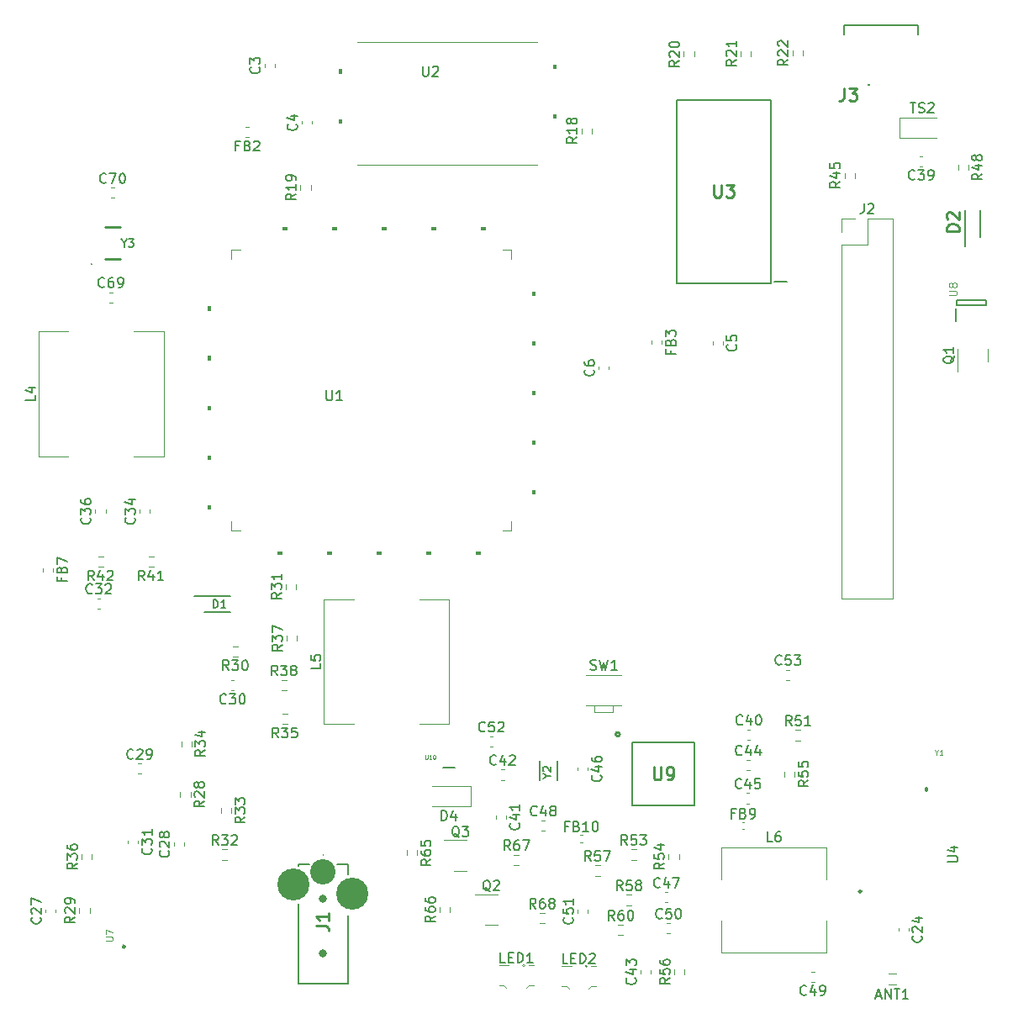
<source format=gto>
%TF.GenerationSoftware,KiCad,Pcbnew,(6.0.8)*%
%TF.CreationDate,2022-12-02T10:37:27+07:00*%
%TF.ProjectId,espot_mainboard,6573706f-745f-46d6-9169-6e626f617264,rev?*%
%TF.SameCoordinates,Original*%
%TF.FileFunction,Legend,Top*%
%TF.FilePolarity,Positive*%
%FSLAX46Y46*%
G04 Gerber Fmt 4.6, Leading zero omitted, Abs format (unit mm)*
G04 Created by KiCad (PCBNEW (6.0.8)) date 2022-12-02 10:37:27*
%MOMM*%
%LPD*%
G01*
G04 APERTURE LIST*
%ADD10C,0.150000*%
%ADD11C,0.100000*%
%ADD12C,0.254000*%
%ADD13C,0.180000*%
%ADD14C,0.200000*%
%ADD15C,0.120000*%
%ADD16C,0.300000*%
%ADD17C,0.059030*%
%ADD18C,2.550000*%
%ADD19C,3.225000*%
%ADD20C,0.800000*%
G04 APERTURE END LIST*
D10*
%TO.C,Y2*%
X105360023Y-110251525D02*
X105740975Y-110251525D01*
X104940975Y-110518192D02*
X105360023Y-110251525D01*
X104940975Y-109984858D01*
X105017166Y-109756287D02*
X104979071Y-109718192D01*
X104940975Y-109642001D01*
X104940975Y-109451525D01*
X104979071Y-109375334D01*
X105017166Y-109337239D01*
X105093356Y-109299144D01*
X105169547Y-109299144D01*
X105283832Y-109337239D01*
X105740975Y-109794382D01*
X105740975Y-109299144D01*
%TO.C,U1*%
X83152552Y-71417838D02*
X83152552Y-72227362D01*
X83200171Y-72322600D01*
X83247790Y-72370219D01*
X83343028Y-72417838D01*
X83533504Y-72417838D01*
X83628742Y-72370219D01*
X83676361Y-72322600D01*
X83723980Y-72227362D01*
X83723980Y-71417838D01*
X84723980Y-72417838D02*
X84152552Y-72417838D01*
X84438266Y-72417838D02*
X84438266Y-71417838D01*
X84343028Y-71560696D01*
X84247790Y-71655934D01*
X84152552Y-71703553D01*
%TO.C,U2*%
X92851467Y-38761246D02*
X92851467Y-39570770D01*
X92899086Y-39666008D01*
X92946705Y-39713627D01*
X93041943Y-39761246D01*
X93232419Y-39761246D01*
X93327657Y-39713627D01*
X93375276Y-39666008D01*
X93422895Y-39570770D01*
X93422895Y-38761246D01*
X93851467Y-38856485D02*
X93899086Y-38808866D01*
X93994324Y-38761246D01*
X94232419Y-38761246D01*
X94327657Y-38808866D01*
X94375276Y-38856485D01*
X94422895Y-38951723D01*
X94422895Y-39046961D01*
X94375276Y-39189818D01*
X93803848Y-39761246D01*
X94422895Y-39761246D01*
%TO.C,R51*%
X130007542Y-105145980D02*
X129674209Y-104669790D01*
X129436114Y-105145980D02*
X129436114Y-104145980D01*
X129817066Y-104145980D01*
X129912304Y-104193600D01*
X129959923Y-104241219D01*
X130007542Y-104336457D01*
X130007542Y-104479314D01*
X129959923Y-104574552D01*
X129912304Y-104622171D01*
X129817066Y-104669790D01*
X129436114Y-104669790D01*
X130912304Y-104145980D02*
X130436114Y-104145980D01*
X130388495Y-104622171D01*
X130436114Y-104574552D01*
X130531352Y-104526933D01*
X130769447Y-104526933D01*
X130864685Y-104574552D01*
X130912304Y-104622171D01*
X130959923Y-104717409D01*
X130959923Y-104955504D01*
X130912304Y-105050742D01*
X130864685Y-105098361D01*
X130769447Y-105145980D01*
X130531352Y-105145980D01*
X130436114Y-105098361D01*
X130388495Y-105050742D01*
X131912304Y-105145980D02*
X131340876Y-105145980D01*
X131626590Y-105145980D02*
X131626590Y-104145980D01*
X131531352Y-104288838D01*
X131436114Y-104384076D01*
X131340876Y-104431695D01*
D11*
%TO.C,U10*%
X93101217Y-108122994D02*
X93101217Y-108446803D01*
X93120265Y-108484899D01*
X93139313Y-108503946D01*
X93177408Y-108522994D01*
X93253598Y-108522994D01*
X93291694Y-108503946D01*
X93310741Y-108484899D01*
X93329789Y-108446803D01*
X93329789Y-108122994D01*
X93729789Y-108522994D02*
X93501217Y-108522994D01*
X93615503Y-108522994D02*
X93615503Y-108122994D01*
X93577408Y-108180137D01*
X93539313Y-108218232D01*
X93501217Y-108237280D01*
X93977408Y-108122994D02*
X94015503Y-108122994D01*
X94053598Y-108142042D01*
X94072646Y-108161089D01*
X94091694Y-108199184D01*
X94110741Y-108275375D01*
X94110741Y-108370613D01*
X94091694Y-108446803D01*
X94072646Y-108484899D01*
X94053598Y-108503946D01*
X94015503Y-108522994D01*
X93977408Y-108522994D01*
X93939313Y-108503946D01*
X93920265Y-108484899D01*
X93901217Y-108446803D01*
X93882170Y-108370613D01*
X93882170Y-108275375D01*
X93901217Y-108199184D01*
X93920265Y-108161089D01*
X93939313Y-108142042D01*
X93977408Y-108122994D01*
D10*
%TO.C,R38*%
X78223842Y-100117280D02*
X77890509Y-99641090D01*
X77652414Y-100117280D02*
X77652414Y-99117280D01*
X78033366Y-99117280D01*
X78128604Y-99164900D01*
X78176223Y-99212519D01*
X78223842Y-99307757D01*
X78223842Y-99450614D01*
X78176223Y-99545852D01*
X78128604Y-99593471D01*
X78033366Y-99641090D01*
X77652414Y-99641090D01*
X78557176Y-99117280D02*
X79176223Y-99117280D01*
X78842890Y-99498233D01*
X78985747Y-99498233D01*
X79080985Y-99545852D01*
X79128604Y-99593471D01*
X79176223Y-99688709D01*
X79176223Y-99926804D01*
X79128604Y-100022042D01*
X79080985Y-100069661D01*
X78985747Y-100117280D01*
X78700033Y-100117280D01*
X78604795Y-100069661D01*
X78557176Y-100022042D01*
X79747652Y-99545852D02*
X79652414Y-99498233D01*
X79604795Y-99450614D01*
X79557176Y-99355376D01*
X79557176Y-99307757D01*
X79604795Y-99212519D01*
X79652414Y-99164900D01*
X79747652Y-99117280D01*
X79938128Y-99117280D01*
X80033366Y-99164900D01*
X80080985Y-99212519D01*
X80128604Y-99307757D01*
X80128604Y-99355376D01*
X80080985Y-99450614D01*
X80033366Y-99498233D01*
X79938128Y-99545852D01*
X79747652Y-99545852D01*
X79652414Y-99593471D01*
X79604795Y-99641090D01*
X79557176Y-99736328D01*
X79557176Y-99926804D01*
X79604795Y-100022042D01*
X79652414Y-100069661D01*
X79747652Y-100117280D01*
X79938128Y-100117280D01*
X80033366Y-100069661D01*
X80080985Y-100022042D01*
X80128604Y-99926804D01*
X80128604Y-99736328D01*
X80080985Y-99641090D01*
X80033366Y-99593471D01*
X79938128Y-99545852D01*
D12*
%TO.C,U3*%
X122182880Y-50683923D02*
X122182880Y-51712019D01*
X122243357Y-51832971D01*
X122303833Y-51893447D01*
X122424785Y-51953923D01*
X122666690Y-51953923D01*
X122787642Y-51893447D01*
X122848119Y-51832971D01*
X122908595Y-51712019D01*
X122908595Y-50683923D01*
X123392404Y-50683923D02*
X124178595Y-50683923D01*
X123755261Y-51167733D01*
X123936690Y-51167733D01*
X124057642Y-51228209D01*
X124118119Y-51288685D01*
X124178595Y-51409638D01*
X124178595Y-51712019D01*
X124118119Y-51832971D01*
X124057642Y-51893447D01*
X123936690Y-51953923D01*
X123573833Y-51953923D01*
X123452880Y-51893447D01*
X123392404Y-51832971D01*
D10*
%TO.C,C6*%
X110024742Y-69320166D02*
X110072361Y-69367785D01*
X110119980Y-69510642D01*
X110119980Y-69605880D01*
X110072361Y-69748738D01*
X109977123Y-69843976D01*
X109881885Y-69891595D01*
X109691409Y-69939214D01*
X109548552Y-69939214D01*
X109358076Y-69891595D01*
X109262838Y-69843976D01*
X109167600Y-69748738D01*
X109119980Y-69605880D01*
X109119980Y-69510642D01*
X109167600Y-69367785D01*
X109215219Y-69320166D01*
X109119980Y-68463023D02*
X109119980Y-68653500D01*
X109167600Y-68748738D01*
X109215219Y-68796357D01*
X109358076Y-68891595D01*
X109548552Y-68939214D01*
X109929504Y-68939214D01*
X110024742Y-68891595D01*
X110072361Y-68843976D01*
X110119980Y-68748738D01*
X110119980Y-68558261D01*
X110072361Y-68463023D01*
X110024742Y-68415404D01*
X109929504Y-68367785D01*
X109691409Y-68367785D01*
X109596171Y-68415404D01*
X109548552Y-68463023D01*
X109500933Y-68558261D01*
X109500933Y-68748738D01*
X109548552Y-68843976D01*
X109596171Y-68891595D01*
X109691409Y-68939214D01*
%TO.C,R20*%
X118669280Y-38193957D02*
X118193090Y-38527290D01*
X118669280Y-38765385D02*
X117669280Y-38765385D01*
X117669280Y-38384433D01*
X117716900Y-38289195D01*
X117764519Y-38241576D01*
X117859757Y-38193957D01*
X118002614Y-38193957D01*
X118097852Y-38241576D01*
X118145471Y-38289195D01*
X118193090Y-38384433D01*
X118193090Y-38765385D01*
X117764519Y-37813004D02*
X117716900Y-37765385D01*
X117669280Y-37670147D01*
X117669280Y-37432052D01*
X117716900Y-37336814D01*
X117764519Y-37289195D01*
X117859757Y-37241576D01*
X117954995Y-37241576D01*
X118097852Y-37289195D01*
X118669280Y-37860623D01*
X118669280Y-37241576D01*
X117669280Y-36622528D02*
X117669280Y-36527290D01*
X117716900Y-36432052D01*
X117764519Y-36384433D01*
X117859757Y-36336814D01*
X118050233Y-36289195D01*
X118288328Y-36289195D01*
X118478804Y-36336814D01*
X118574042Y-36384433D01*
X118621661Y-36432052D01*
X118669280Y-36527290D01*
X118669280Y-36622528D01*
X118621661Y-36717766D01*
X118574042Y-36765385D01*
X118478804Y-36813004D01*
X118288328Y-36860623D01*
X118050233Y-36860623D01*
X117859757Y-36813004D01*
X117764519Y-36765385D01*
X117716900Y-36717766D01*
X117669280Y-36622528D01*
%TO.C,C41*%
X102514542Y-115014357D02*
X102562161Y-115061976D01*
X102609780Y-115204833D01*
X102609780Y-115300071D01*
X102562161Y-115442928D01*
X102466923Y-115538166D01*
X102371685Y-115585785D01*
X102181209Y-115633404D01*
X102038352Y-115633404D01*
X101847876Y-115585785D01*
X101752638Y-115538166D01*
X101657400Y-115442928D01*
X101609780Y-115300071D01*
X101609780Y-115204833D01*
X101657400Y-115061976D01*
X101705019Y-115014357D01*
X101943114Y-114157214D02*
X102609780Y-114157214D01*
X101562161Y-114395309D02*
X102276447Y-114633404D01*
X102276447Y-114014357D01*
X102609780Y-113109595D02*
X102609780Y-113681023D01*
X102609780Y-113395309D02*
X101609780Y-113395309D01*
X101752638Y-113490547D01*
X101847876Y-113585785D01*
X101895495Y-113681023D01*
%TO.C,C46*%
X110762442Y-110162657D02*
X110810061Y-110210276D01*
X110857680Y-110353133D01*
X110857680Y-110448371D01*
X110810061Y-110591228D01*
X110714823Y-110686466D01*
X110619585Y-110734085D01*
X110429109Y-110781704D01*
X110286252Y-110781704D01*
X110095776Y-110734085D01*
X110000538Y-110686466D01*
X109905300Y-110591228D01*
X109857680Y-110448371D01*
X109857680Y-110353133D01*
X109905300Y-110210276D01*
X109952919Y-110162657D01*
X110191014Y-109305514D02*
X110857680Y-109305514D01*
X109810061Y-109543609D02*
X110524347Y-109781704D01*
X110524347Y-109162657D01*
X109857680Y-108353133D02*
X109857680Y-108543609D01*
X109905300Y-108638847D01*
X109952919Y-108686466D01*
X110095776Y-108781704D01*
X110286252Y-108829323D01*
X110667204Y-108829323D01*
X110762442Y-108781704D01*
X110810061Y-108734085D01*
X110857680Y-108638847D01*
X110857680Y-108448371D01*
X110810061Y-108353133D01*
X110762442Y-108305514D01*
X110667204Y-108257895D01*
X110429109Y-108257895D01*
X110333871Y-108305514D01*
X110286252Y-108353133D01*
X110238633Y-108448371D01*
X110238633Y-108638847D01*
X110286252Y-108734085D01*
X110333871Y-108781704D01*
X110429109Y-108829323D01*
%TO.C,C27*%
X54306342Y-124482057D02*
X54353961Y-124529676D01*
X54401580Y-124672533D01*
X54401580Y-124767771D01*
X54353961Y-124910628D01*
X54258723Y-125005866D01*
X54163485Y-125053485D01*
X53973009Y-125101104D01*
X53830152Y-125101104D01*
X53639676Y-125053485D01*
X53544438Y-125005866D01*
X53449200Y-124910628D01*
X53401580Y-124767771D01*
X53401580Y-124672533D01*
X53449200Y-124529676D01*
X53496819Y-124482057D01*
X53496819Y-124101104D02*
X53449200Y-124053485D01*
X53401580Y-123958247D01*
X53401580Y-123720152D01*
X53449200Y-123624914D01*
X53496819Y-123577295D01*
X53592057Y-123529676D01*
X53687295Y-123529676D01*
X53830152Y-123577295D01*
X54401580Y-124148723D01*
X54401580Y-123529676D01*
X53401580Y-123196342D02*
X53401580Y-122529676D01*
X54401580Y-122958247D01*
%TO.C,C32*%
X59565042Y-91795842D02*
X59517423Y-91843461D01*
X59374566Y-91891080D01*
X59279328Y-91891080D01*
X59136471Y-91843461D01*
X59041233Y-91748223D01*
X58993614Y-91652985D01*
X58945995Y-91462509D01*
X58945995Y-91319652D01*
X58993614Y-91129176D01*
X59041233Y-91033938D01*
X59136471Y-90938700D01*
X59279328Y-90891080D01*
X59374566Y-90891080D01*
X59517423Y-90938700D01*
X59565042Y-90986319D01*
X59898376Y-90891080D02*
X60517423Y-90891080D01*
X60184090Y-91272033D01*
X60326947Y-91272033D01*
X60422185Y-91319652D01*
X60469804Y-91367271D01*
X60517423Y-91462509D01*
X60517423Y-91700604D01*
X60469804Y-91795842D01*
X60422185Y-91843461D01*
X60326947Y-91891080D01*
X60041233Y-91891080D01*
X59945995Y-91843461D01*
X59898376Y-91795842D01*
X60898376Y-90986319D02*
X60945995Y-90938700D01*
X61041233Y-90891080D01*
X61279328Y-90891080D01*
X61374566Y-90938700D01*
X61422185Y-90986319D01*
X61469804Y-91081557D01*
X61469804Y-91176795D01*
X61422185Y-91319652D01*
X60850757Y-91891080D01*
X61469804Y-91891080D01*
%TO.C,L6*%
X128063833Y-116840880D02*
X127587642Y-116840880D01*
X127587642Y-115840880D01*
X128825738Y-115840880D02*
X128635261Y-115840880D01*
X128540023Y-115888500D01*
X128492404Y-115936119D01*
X128397166Y-116078976D01*
X128349547Y-116269452D01*
X128349547Y-116650404D01*
X128397166Y-116745642D01*
X128444785Y-116793261D01*
X128540023Y-116840880D01*
X128730500Y-116840880D01*
X128825738Y-116793261D01*
X128873357Y-116745642D01*
X128920976Y-116650404D01*
X128920976Y-116412309D01*
X128873357Y-116317071D01*
X128825738Y-116269452D01*
X128730500Y-116221833D01*
X128540023Y-116221833D01*
X128444785Y-116269452D01*
X128397166Y-116317071D01*
X128349547Y-116412309D01*
%TO.C,R55*%
X131668280Y-110681357D02*
X131192090Y-111014690D01*
X131668280Y-111252785D02*
X130668280Y-111252785D01*
X130668280Y-110871833D01*
X130715900Y-110776595D01*
X130763519Y-110728976D01*
X130858757Y-110681357D01*
X131001614Y-110681357D01*
X131096852Y-110728976D01*
X131144471Y-110776595D01*
X131192090Y-110871833D01*
X131192090Y-111252785D01*
X130668280Y-109776595D02*
X130668280Y-110252785D01*
X131144471Y-110300404D01*
X131096852Y-110252785D01*
X131049233Y-110157547D01*
X131049233Y-109919452D01*
X131096852Y-109824214D01*
X131144471Y-109776595D01*
X131239709Y-109728976D01*
X131477804Y-109728976D01*
X131573042Y-109776595D01*
X131620661Y-109824214D01*
X131668280Y-109919452D01*
X131668280Y-110157547D01*
X131620661Y-110252785D01*
X131573042Y-110300404D01*
X130668280Y-108824214D02*
X130668280Y-109300404D01*
X131144471Y-109348023D01*
X131096852Y-109300404D01*
X131049233Y-109205166D01*
X131049233Y-108967071D01*
X131096852Y-108871833D01*
X131144471Y-108824214D01*
X131239709Y-108776595D01*
X131477804Y-108776595D01*
X131573042Y-108824214D01*
X131620661Y-108871833D01*
X131668280Y-108967071D01*
X131668280Y-109205166D01*
X131620661Y-109300404D01*
X131573042Y-109348023D01*
%TO.C,R53*%
X113453742Y-117167480D02*
X113120409Y-116691290D01*
X112882314Y-117167480D02*
X112882314Y-116167480D01*
X113263266Y-116167480D01*
X113358504Y-116215100D01*
X113406123Y-116262719D01*
X113453742Y-116357957D01*
X113453742Y-116500814D01*
X113406123Y-116596052D01*
X113358504Y-116643671D01*
X113263266Y-116691290D01*
X112882314Y-116691290D01*
X114358504Y-116167480D02*
X113882314Y-116167480D01*
X113834695Y-116643671D01*
X113882314Y-116596052D01*
X113977552Y-116548433D01*
X114215647Y-116548433D01*
X114310885Y-116596052D01*
X114358504Y-116643671D01*
X114406123Y-116738909D01*
X114406123Y-116977004D01*
X114358504Y-117072242D01*
X114310885Y-117119861D01*
X114215647Y-117167480D01*
X113977552Y-117167480D01*
X113882314Y-117119861D01*
X113834695Y-117072242D01*
X114739457Y-116167480D02*
X115358504Y-116167480D01*
X115025171Y-116548433D01*
X115168028Y-116548433D01*
X115263266Y-116596052D01*
X115310885Y-116643671D01*
X115358504Y-116738909D01*
X115358504Y-116977004D01*
X115310885Y-117072242D01*
X115263266Y-117119861D01*
X115168028Y-117167480D01*
X114882314Y-117167480D01*
X114787076Y-117119861D01*
X114739457Y-117072242D01*
%TO.C,R37*%
X78697680Y-97024757D02*
X78221490Y-97358090D01*
X78697680Y-97596185D02*
X77697680Y-97596185D01*
X77697680Y-97215233D01*
X77745300Y-97119995D01*
X77792919Y-97072376D01*
X77888157Y-97024757D01*
X78031014Y-97024757D01*
X78126252Y-97072376D01*
X78173871Y-97119995D01*
X78221490Y-97215233D01*
X78221490Y-97596185D01*
X77697680Y-96691423D02*
X77697680Y-96072376D01*
X78078633Y-96405709D01*
X78078633Y-96262852D01*
X78126252Y-96167614D01*
X78173871Y-96119995D01*
X78269109Y-96072376D01*
X78507204Y-96072376D01*
X78602442Y-96119995D01*
X78650061Y-96167614D01*
X78697680Y-96262852D01*
X78697680Y-96548566D01*
X78650061Y-96643804D01*
X78602442Y-96691423D01*
X77697680Y-95739042D02*
X77697680Y-95072376D01*
X78697680Y-95500947D01*
%TO.C,R54*%
X117162080Y-119003557D02*
X116685890Y-119336890D01*
X117162080Y-119574985D02*
X116162080Y-119574985D01*
X116162080Y-119194033D01*
X116209700Y-119098795D01*
X116257319Y-119051176D01*
X116352557Y-119003557D01*
X116495414Y-119003557D01*
X116590652Y-119051176D01*
X116638271Y-119098795D01*
X116685890Y-119194033D01*
X116685890Y-119574985D01*
X116162080Y-118098795D02*
X116162080Y-118574985D01*
X116638271Y-118622604D01*
X116590652Y-118574985D01*
X116543033Y-118479747D01*
X116543033Y-118241652D01*
X116590652Y-118146414D01*
X116638271Y-118098795D01*
X116733509Y-118051176D01*
X116971604Y-118051176D01*
X117066842Y-118098795D01*
X117114461Y-118146414D01*
X117162080Y-118241652D01*
X117162080Y-118479747D01*
X117114461Y-118574985D01*
X117066842Y-118622604D01*
X116495414Y-117194033D02*
X117162080Y-117194033D01*
X116114461Y-117432128D02*
X116828747Y-117670223D01*
X116828747Y-117051176D01*
%TO.C,C43*%
X114237742Y-130598157D02*
X114285361Y-130645776D01*
X114332980Y-130788633D01*
X114332980Y-130883871D01*
X114285361Y-131026728D01*
X114190123Y-131121966D01*
X114094885Y-131169585D01*
X113904409Y-131217204D01*
X113761552Y-131217204D01*
X113571076Y-131169585D01*
X113475838Y-131121966D01*
X113380600Y-131026728D01*
X113332980Y-130883871D01*
X113332980Y-130788633D01*
X113380600Y-130645776D01*
X113428219Y-130598157D01*
X113666314Y-129741014D02*
X114332980Y-129741014D01*
X113285361Y-129979109D02*
X113999647Y-130217204D01*
X113999647Y-129598157D01*
X113332980Y-129312442D02*
X113332980Y-128693395D01*
X113713933Y-129026728D01*
X113713933Y-128883871D01*
X113761552Y-128788633D01*
X113809171Y-128741014D01*
X113904409Y-128693395D01*
X114142504Y-128693395D01*
X114237742Y-128741014D01*
X114285361Y-128788633D01*
X114332980Y-128883871D01*
X114332980Y-129169585D01*
X114285361Y-129264823D01*
X114237742Y-129312442D01*
%TO.C,C40*%
X125044042Y-104996842D02*
X124996423Y-105044461D01*
X124853566Y-105092080D01*
X124758328Y-105092080D01*
X124615471Y-105044461D01*
X124520233Y-104949223D01*
X124472614Y-104853985D01*
X124424995Y-104663509D01*
X124424995Y-104520652D01*
X124472614Y-104330176D01*
X124520233Y-104234938D01*
X124615471Y-104139700D01*
X124758328Y-104092080D01*
X124853566Y-104092080D01*
X124996423Y-104139700D01*
X125044042Y-104187319D01*
X125901185Y-104425414D02*
X125901185Y-105092080D01*
X125663090Y-104044461D02*
X125424995Y-104758747D01*
X126044042Y-104758747D01*
X126615471Y-104092080D02*
X126710709Y-104092080D01*
X126805947Y-104139700D01*
X126853566Y-104187319D01*
X126901185Y-104282557D01*
X126948804Y-104473033D01*
X126948804Y-104711128D01*
X126901185Y-104901604D01*
X126853566Y-104996842D01*
X126805947Y-105044461D01*
X126710709Y-105092080D01*
X126615471Y-105092080D01*
X126520233Y-105044461D01*
X126472614Y-104996842D01*
X126424995Y-104901604D01*
X126377376Y-104711128D01*
X126377376Y-104473033D01*
X126424995Y-104282557D01*
X126472614Y-104187319D01*
X126520233Y-104139700D01*
X126615471Y-104092080D01*
%TO.C,FB3*%
X117796271Y-67402233D02*
X117796271Y-67735566D01*
X118320080Y-67735566D02*
X117320080Y-67735566D01*
X117320080Y-67259376D01*
X117796271Y-66545090D02*
X117843890Y-66402233D01*
X117891509Y-66354614D01*
X117986747Y-66306995D01*
X118129604Y-66306995D01*
X118224842Y-66354614D01*
X118272461Y-66402233D01*
X118320080Y-66497471D01*
X118320080Y-66878423D01*
X117320080Y-66878423D01*
X117320080Y-66545090D01*
X117367700Y-66449852D01*
X117415319Y-66402233D01*
X117510557Y-66354614D01*
X117605795Y-66354614D01*
X117701033Y-66402233D01*
X117748652Y-66449852D01*
X117796271Y-66545090D01*
X117796271Y-66878423D01*
X117320080Y-65973661D02*
X117320080Y-65354614D01*
X117701033Y-65687947D01*
X117701033Y-65545090D01*
X117748652Y-65449852D01*
X117796271Y-65402233D01*
X117891509Y-65354614D01*
X118129604Y-65354614D01*
X118224842Y-65402233D01*
X118272461Y-65449852D01*
X118320080Y-65545090D01*
X118320080Y-65830804D01*
X118272461Y-65926042D01*
X118224842Y-65973661D01*
%TO.C,C52*%
X99114142Y-105697642D02*
X99066523Y-105745261D01*
X98923666Y-105792880D01*
X98828428Y-105792880D01*
X98685571Y-105745261D01*
X98590333Y-105650023D01*
X98542714Y-105554785D01*
X98495095Y-105364309D01*
X98495095Y-105221452D01*
X98542714Y-105030976D01*
X98590333Y-104935738D01*
X98685571Y-104840500D01*
X98828428Y-104792880D01*
X98923666Y-104792880D01*
X99066523Y-104840500D01*
X99114142Y-104888119D01*
X100018904Y-104792880D02*
X99542714Y-104792880D01*
X99495095Y-105269071D01*
X99542714Y-105221452D01*
X99637952Y-105173833D01*
X99876047Y-105173833D01*
X99971285Y-105221452D01*
X100018904Y-105269071D01*
X100066523Y-105364309D01*
X100066523Y-105602404D01*
X100018904Y-105697642D01*
X99971285Y-105745261D01*
X99876047Y-105792880D01*
X99637952Y-105792880D01*
X99542714Y-105745261D01*
X99495095Y-105697642D01*
X100447476Y-104888119D02*
X100495095Y-104840500D01*
X100590333Y-104792880D01*
X100828428Y-104792880D01*
X100923666Y-104840500D01*
X100971285Y-104888119D01*
X101018904Y-104983357D01*
X101018904Y-105078595D01*
X100971285Y-105221452D01*
X100399857Y-105792880D01*
X101018904Y-105792880D01*
%TO.C,C29*%
X63693042Y-108442442D02*
X63645423Y-108490061D01*
X63502566Y-108537680D01*
X63407328Y-108537680D01*
X63264471Y-108490061D01*
X63169233Y-108394823D01*
X63121614Y-108299585D01*
X63073995Y-108109109D01*
X63073995Y-107966252D01*
X63121614Y-107775776D01*
X63169233Y-107680538D01*
X63264471Y-107585300D01*
X63407328Y-107537680D01*
X63502566Y-107537680D01*
X63645423Y-107585300D01*
X63693042Y-107632919D01*
X64073995Y-107632919D02*
X64121614Y-107585300D01*
X64216852Y-107537680D01*
X64454947Y-107537680D01*
X64550185Y-107585300D01*
X64597804Y-107632919D01*
X64645423Y-107728157D01*
X64645423Y-107823395D01*
X64597804Y-107966252D01*
X64026376Y-108537680D01*
X64645423Y-108537680D01*
X65121614Y-108537680D02*
X65312090Y-108537680D01*
X65407328Y-108490061D01*
X65454947Y-108442442D01*
X65550185Y-108299585D01*
X65597804Y-108109109D01*
X65597804Y-107728157D01*
X65550185Y-107632919D01*
X65502566Y-107585300D01*
X65407328Y-107537680D01*
X65216852Y-107537680D01*
X65121614Y-107585300D01*
X65073995Y-107632919D01*
X65026376Y-107728157D01*
X65026376Y-107966252D01*
X65073995Y-108061490D01*
X65121614Y-108109109D01*
X65216852Y-108156728D01*
X65407328Y-108156728D01*
X65502566Y-108109109D01*
X65550185Y-108061490D01*
X65597804Y-107966252D01*
%TO.C,LED2*%
X107439352Y-129109680D02*
X106963161Y-129109680D01*
X106963161Y-128109680D01*
X107772685Y-128585871D02*
X108106019Y-128585871D01*
X108248876Y-129109680D02*
X107772685Y-129109680D01*
X107772685Y-128109680D01*
X108248876Y-128109680D01*
X108677447Y-129109680D02*
X108677447Y-128109680D01*
X108915542Y-128109680D01*
X109058400Y-128157300D01*
X109153638Y-128252538D01*
X109201257Y-128347776D01*
X109248876Y-128538252D01*
X109248876Y-128681109D01*
X109201257Y-128871585D01*
X109153638Y-128966823D01*
X109058400Y-129062061D01*
X108915542Y-129109680D01*
X108677447Y-129109680D01*
X109629828Y-128204919D02*
X109677447Y-128157300D01*
X109772685Y-128109680D01*
X110010780Y-128109680D01*
X110106019Y-128157300D01*
X110153638Y-128204919D01*
X110201257Y-128300157D01*
X110201257Y-128395395D01*
X110153638Y-128538252D01*
X109582209Y-129109680D01*
X110201257Y-129109680D01*
%TO.C,R45*%
X134872880Y-50394757D02*
X134396690Y-50728090D01*
X134872880Y-50966185D02*
X133872880Y-50966185D01*
X133872880Y-50585233D01*
X133920500Y-50489995D01*
X133968119Y-50442376D01*
X134063357Y-50394757D01*
X134206214Y-50394757D01*
X134301452Y-50442376D01*
X134349071Y-50489995D01*
X134396690Y-50585233D01*
X134396690Y-50966185D01*
X134206214Y-49537614D02*
X134872880Y-49537614D01*
X133825261Y-49775709D02*
X134539547Y-50013804D01*
X134539547Y-49394757D01*
X133872880Y-48537614D02*
X133872880Y-49013804D01*
X134349071Y-49061423D01*
X134301452Y-49013804D01*
X134253833Y-48918566D01*
X134253833Y-48680471D01*
X134301452Y-48585233D01*
X134349071Y-48537614D01*
X134444309Y-48489995D01*
X134682404Y-48489995D01*
X134777642Y-48537614D01*
X134825261Y-48585233D01*
X134872880Y-48680471D01*
X134872880Y-48918566D01*
X134825261Y-49013804D01*
X134777642Y-49061423D01*
D11*
%TO.C,U7*%
X60928185Y-126829690D02*
X61494852Y-126829690D01*
X61561519Y-126796357D01*
X61594852Y-126763023D01*
X61628185Y-126696357D01*
X61628185Y-126563023D01*
X61594852Y-126496357D01*
X61561519Y-126463023D01*
X61494852Y-126429690D01*
X60928185Y-126429690D01*
X60928185Y-126163023D02*
X60928185Y-125696357D01*
X61628185Y-125996357D01*
D10*
%TO.C,R41*%
X64829742Y-90546280D02*
X64496409Y-90070090D01*
X64258314Y-90546280D02*
X64258314Y-89546280D01*
X64639266Y-89546280D01*
X64734504Y-89593900D01*
X64782123Y-89641519D01*
X64829742Y-89736757D01*
X64829742Y-89879614D01*
X64782123Y-89974852D01*
X64734504Y-90022471D01*
X64639266Y-90070090D01*
X64258314Y-90070090D01*
X65686885Y-89879614D02*
X65686885Y-90546280D01*
X65448790Y-89498661D02*
X65210695Y-90212947D01*
X65829742Y-90212947D01*
X66734504Y-90546280D02*
X66163076Y-90546280D01*
X66448790Y-90546280D02*
X66448790Y-89546280D01*
X66353552Y-89689138D01*
X66258314Y-89784376D01*
X66163076Y-89831995D01*
%TO.C,C53*%
X128979742Y-98970642D02*
X128932123Y-99018261D01*
X128789266Y-99065880D01*
X128694028Y-99065880D01*
X128551171Y-99018261D01*
X128455933Y-98923023D01*
X128408314Y-98827785D01*
X128360695Y-98637309D01*
X128360695Y-98494452D01*
X128408314Y-98303976D01*
X128455933Y-98208738D01*
X128551171Y-98113500D01*
X128694028Y-98065880D01*
X128789266Y-98065880D01*
X128932123Y-98113500D01*
X128979742Y-98161119D01*
X129884504Y-98065880D02*
X129408314Y-98065880D01*
X129360695Y-98542071D01*
X129408314Y-98494452D01*
X129503552Y-98446833D01*
X129741647Y-98446833D01*
X129836885Y-98494452D01*
X129884504Y-98542071D01*
X129932123Y-98637309D01*
X129932123Y-98875404D01*
X129884504Y-98970642D01*
X129836885Y-99018261D01*
X129741647Y-99065880D01*
X129503552Y-99065880D01*
X129408314Y-99018261D01*
X129360695Y-98970642D01*
X130265457Y-98065880D02*
X130884504Y-98065880D01*
X130551171Y-98446833D01*
X130694028Y-98446833D01*
X130789266Y-98494452D01*
X130836885Y-98542071D01*
X130884504Y-98637309D01*
X130884504Y-98875404D01*
X130836885Y-98970642D01*
X130789266Y-99018261D01*
X130694028Y-99065880D01*
X130408314Y-99065880D01*
X130313076Y-99018261D01*
X130265457Y-98970642D01*
%TO.C,R21*%
X124402980Y-38112357D02*
X123926790Y-38445690D01*
X124402980Y-38683785D02*
X123402980Y-38683785D01*
X123402980Y-38302833D01*
X123450600Y-38207595D01*
X123498219Y-38159976D01*
X123593457Y-38112357D01*
X123736314Y-38112357D01*
X123831552Y-38159976D01*
X123879171Y-38207595D01*
X123926790Y-38302833D01*
X123926790Y-38683785D01*
X123498219Y-37731404D02*
X123450600Y-37683785D01*
X123402980Y-37588547D01*
X123402980Y-37350452D01*
X123450600Y-37255214D01*
X123498219Y-37207595D01*
X123593457Y-37159976D01*
X123688695Y-37159976D01*
X123831552Y-37207595D01*
X124402980Y-37779023D01*
X124402980Y-37159976D01*
X124402980Y-36207595D02*
X124402980Y-36779023D01*
X124402980Y-36493309D02*
X123402980Y-36493309D01*
X123545838Y-36588547D01*
X123641076Y-36683785D01*
X123688695Y-36779023D01*
%TO.C,R60*%
X112156042Y-124768480D02*
X111822709Y-124292290D01*
X111584614Y-124768480D02*
X111584614Y-123768480D01*
X111965566Y-123768480D01*
X112060804Y-123816100D01*
X112108423Y-123863719D01*
X112156042Y-123958957D01*
X112156042Y-124101814D01*
X112108423Y-124197052D01*
X112060804Y-124244671D01*
X111965566Y-124292290D01*
X111584614Y-124292290D01*
X113013185Y-123768480D02*
X112822709Y-123768480D01*
X112727471Y-123816100D01*
X112679852Y-123863719D01*
X112584614Y-124006576D01*
X112536995Y-124197052D01*
X112536995Y-124578004D01*
X112584614Y-124673242D01*
X112632233Y-124720861D01*
X112727471Y-124768480D01*
X112917947Y-124768480D01*
X113013185Y-124720861D01*
X113060804Y-124673242D01*
X113108423Y-124578004D01*
X113108423Y-124339909D01*
X113060804Y-124244671D01*
X113013185Y-124197052D01*
X112917947Y-124149433D01*
X112727471Y-124149433D01*
X112632233Y-124197052D01*
X112584614Y-124244671D01*
X112536995Y-124339909D01*
X113727471Y-123768480D02*
X113822709Y-123768480D01*
X113917947Y-123816100D01*
X113965566Y-123863719D01*
X114013185Y-123958957D01*
X114060804Y-124149433D01*
X114060804Y-124387528D01*
X114013185Y-124578004D01*
X113965566Y-124673242D01*
X113917947Y-124720861D01*
X113822709Y-124768480D01*
X113727471Y-124768480D01*
X113632233Y-124720861D01*
X113584614Y-124673242D01*
X113536995Y-124578004D01*
X113489376Y-124387528D01*
X113489376Y-124149433D01*
X113536995Y-123958957D01*
X113584614Y-123863719D01*
X113632233Y-123816100D01*
X113727471Y-123768480D01*
%TO.C,C31*%
X65476142Y-117516557D02*
X65523761Y-117564176D01*
X65571380Y-117707033D01*
X65571380Y-117802271D01*
X65523761Y-117945128D01*
X65428523Y-118040366D01*
X65333285Y-118087985D01*
X65142809Y-118135604D01*
X64999952Y-118135604D01*
X64809476Y-118087985D01*
X64714238Y-118040366D01*
X64619000Y-117945128D01*
X64571380Y-117802271D01*
X64571380Y-117707033D01*
X64619000Y-117564176D01*
X64666619Y-117516557D01*
X64571380Y-117183223D02*
X64571380Y-116564176D01*
X64952333Y-116897509D01*
X64952333Y-116754652D01*
X64999952Y-116659414D01*
X65047571Y-116611795D01*
X65142809Y-116564176D01*
X65380904Y-116564176D01*
X65476142Y-116611795D01*
X65523761Y-116659414D01*
X65571380Y-116754652D01*
X65571380Y-117040366D01*
X65523761Y-117135604D01*
X65476142Y-117183223D01*
X65571380Y-115611795D02*
X65571380Y-116183223D01*
X65571380Y-115897509D02*
X64571380Y-115897509D01*
X64714238Y-115992747D01*
X64809476Y-116087985D01*
X64857095Y-116183223D01*
%TO.C,R22*%
X129627480Y-38080957D02*
X129151290Y-38414290D01*
X129627480Y-38652385D02*
X128627480Y-38652385D01*
X128627480Y-38271433D01*
X128675100Y-38176195D01*
X128722719Y-38128576D01*
X128817957Y-38080957D01*
X128960814Y-38080957D01*
X129056052Y-38128576D01*
X129103671Y-38176195D01*
X129151290Y-38271433D01*
X129151290Y-38652385D01*
X128722719Y-37700004D02*
X128675100Y-37652385D01*
X128627480Y-37557147D01*
X128627480Y-37319052D01*
X128675100Y-37223814D01*
X128722719Y-37176195D01*
X128817957Y-37128576D01*
X128913195Y-37128576D01*
X129056052Y-37176195D01*
X129627480Y-37747623D01*
X129627480Y-37128576D01*
X128722719Y-36747623D02*
X128675100Y-36700004D01*
X128627480Y-36604766D01*
X128627480Y-36366671D01*
X128675100Y-36271433D01*
X128722719Y-36223814D01*
X128817957Y-36176195D01*
X128913195Y-36176195D01*
X129056052Y-36223814D01*
X129627480Y-36795242D01*
X129627480Y-36176195D01*
%TO.C,C44*%
X124990142Y-108069542D02*
X124942523Y-108117161D01*
X124799666Y-108164780D01*
X124704428Y-108164780D01*
X124561571Y-108117161D01*
X124466333Y-108021923D01*
X124418714Y-107926685D01*
X124371095Y-107736209D01*
X124371095Y-107593352D01*
X124418714Y-107402876D01*
X124466333Y-107307638D01*
X124561571Y-107212400D01*
X124704428Y-107164780D01*
X124799666Y-107164780D01*
X124942523Y-107212400D01*
X124990142Y-107260019D01*
X125847285Y-107498114D02*
X125847285Y-108164780D01*
X125609190Y-107117161D02*
X125371095Y-107831447D01*
X125990142Y-107831447D01*
X126799666Y-107498114D02*
X126799666Y-108164780D01*
X126561571Y-107117161D02*
X126323476Y-107831447D01*
X126942523Y-107831447D01*
%TO.C,C39*%
X142392342Y-50107742D02*
X142344723Y-50155361D01*
X142201866Y-50202980D01*
X142106628Y-50202980D01*
X141963771Y-50155361D01*
X141868533Y-50060123D01*
X141820914Y-49964885D01*
X141773295Y-49774409D01*
X141773295Y-49631552D01*
X141820914Y-49441076D01*
X141868533Y-49345838D01*
X141963771Y-49250600D01*
X142106628Y-49202980D01*
X142201866Y-49202980D01*
X142344723Y-49250600D01*
X142392342Y-49298219D01*
X142725676Y-49202980D02*
X143344723Y-49202980D01*
X143011390Y-49583933D01*
X143154247Y-49583933D01*
X143249485Y-49631552D01*
X143297104Y-49679171D01*
X143344723Y-49774409D01*
X143344723Y-50012504D01*
X143297104Y-50107742D01*
X143249485Y-50155361D01*
X143154247Y-50202980D01*
X142868533Y-50202980D01*
X142773295Y-50155361D01*
X142725676Y-50107742D01*
X143820914Y-50202980D02*
X144011390Y-50202980D01*
X144106628Y-50155361D01*
X144154247Y-50107742D01*
X144249485Y-49964885D01*
X144297104Y-49774409D01*
X144297104Y-49393457D01*
X144249485Y-49298219D01*
X144201866Y-49250600D01*
X144106628Y-49202980D01*
X143916152Y-49202980D01*
X143820914Y-49250600D01*
X143773295Y-49298219D01*
X143725676Y-49393457D01*
X143725676Y-49631552D01*
X143773295Y-49726790D01*
X143820914Y-49774409D01*
X143916152Y-49822028D01*
X144106628Y-49822028D01*
X144201866Y-49774409D01*
X144249485Y-49726790D01*
X144297104Y-49631552D01*
%TO.C,TS2*%
X141940904Y-42430680D02*
X142512333Y-42430680D01*
X142226619Y-43430680D02*
X142226619Y-42430680D01*
X142798047Y-43383061D02*
X142940904Y-43430680D01*
X143179000Y-43430680D01*
X143274238Y-43383061D01*
X143321857Y-43335442D01*
X143369476Y-43240204D01*
X143369476Y-43144966D01*
X143321857Y-43049728D01*
X143274238Y-43002109D01*
X143179000Y-42954490D01*
X142988523Y-42906871D01*
X142893285Y-42859252D01*
X142845666Y-42811633D01*
X142798047Y-42716395D01*
X142798047Y-42621157D01*
X142845666Y-42525919D01*
X142893285Y-42478300D01*
X142988523Y-42430680D01*
X143226619Y-42430680D01*
X143369476Y-42478300D01*
X143750428Y-42525919D02*
X143798047Y-42478300D01*
X143893285Y-42430680D01*
X144131380Y-42430680D01*
X144226619Y-42478300D01*
X144274238Y-42525919D01*
X144321857Y-42621157D01*
X144321857Y-42716395D01*
X144274238Y-42859252D01*
X143702809Y-43430680D01*
X144321857Y-43430680D01*
%TO.C,D1*%
X71766115Y-93300694D02*
X71766115Y-92500694D01*
X71956592Y-92500694D01*
X72070877Y-92538790D01*
X72147068Y-92614980D01*
X72185163Y-92691170D01*
X72223258Y-92843551D01*
X72223258Y-92957837D01*
X72185163Y-93110218D01*
X72147068Y-93186409D01*
X72070877Y-93262599D01*
X71956592Y-93300694D01*
X71766115Y-93300694D01*
X72985163Y-93300694D02*
X72528020Y-93300694D01*
X72756592Y-93300694D02*
X72756592Y-92500694D01*
X72680401Y-92614980D01*
X72604211Y-92691170D01*
X72528020Y-92729266D01*
%TO.C,C49*%
X131487042Y-132227642D02*
X131439423Y-132275261D01*
X131296566Y-132322880D01*
X131201328Y-132322880D01*
X131058471Y-132275261D01*
X130963233Y-132180023D01*
X130915614Y-132084785D01*
X130867995Y-131894309D01*
X130867995Y-131751452D01*
X130915614Y-131560976D01*
X130963233Y-131465738D01*
X131058471Y-131370500D01*
X131201328Y-131322880D01*
X131296566Y-131322880D01*
X131439423Y-131370500D01*
X131487042Y-131418119D01*
X132344185Y-131656214D02*
X132344185Y-132322880D01*
X132106090Y-131275261D02*
X131867995Y-131989547D01*
X132487042Y-131989547D01*
X132915614Y-132322880D02*
X133106090Y-132322880D01*
X133201328Y-132275261D01*
X133248947Y-132227642D01*
X133344185Y-132084785D01*
X133391804Y-131894309D01*
X133391804Y-131513357D01*
X133344185Y-131418119D01*
X133296566Y-131370500D01*
X133201328Y-131322880D01*
X133010852Y-131322880D01*
X132915614Y-131370500D01*
X132867995Y-131418119D01*
X132820376Y-131513357D01*
X132820376Y-131751452D01*
X132867995Y-131846690D01*
X132915614Y-131894309D01*
X133010852Y-131941928D01*
X133201328Y-131941928D01*
X133296566Y-131894309D01*
X133344185Y-131846690D01*
X133391804Y-131751452D01*
%TO.C,SW1*%
X109744466Y-99500061D02*
X109887323Y-99547680D01*
X110125419Y-99547680D01*
X110220657Y-99500061D01*
X110268276Y-99452442D01*
X110315895Y-99357204D01*
X110315895Y-99261966D01*
X110268276Y-99166728D01*
X110220657Y-99119109D01*
X110125419Y-99071490D01*
X109934942Y-99023871D01*
X109839704Y-98976252D01*
X109792085Y-98928633D01*
X109744466Y-98833395D01*
X109744466Y-98738157D01*
X109792085Y-98642919D01*
X109839704Y-98595300D01*
X109934942Y-98547680D01*
X110173038Y-98547680D01*
X110315895Y-98595300D01*
X110649228Y-98547680D02*
X110887323Y-99547680D01*
X111077800Y-98833395D01*
X111268276Y-99547680D01*
X111506371Y-98547680D01*
X112411133Y-99547680D02*
X111839704Y-99547680D01*
X112125419Y-99547680D02*
X112125419Y-98547680D01*
X112030180Y-98690538D01*
X111934942Y-98785776D01*
X111839704Y-98833395D01*
D11*
%TO.C,U8*%
X145846333Y-61829363D02*
X146493952Y-61829363D01*
X146570143Y-61791268D01*
X146608238Y-61753173D01*
X146646333Y-61676982D01*
X146646333Y-61524601D01*
X146608238Y-61448411D01*
X146570143Y-61410316D01*
X146493952Y-61372220D01*
X145846333Y-61372220D01*
X146189190Y-60876982D02*
X146151095Y-60953173D01*
X146113000Y-60991268D01*
X146036809Y-61029363D01*
X145998714Y-61029363D01*
X145922524Y-60991268D01*
X145884429Y-60953173D01*
X145846333Y-60876982D01*
X145846333Y-60724601D01*
X145884429Y-60648411D01*
X145922524Y-60610316D01*
X145998714Y-60572220D01*
X146036809Y-60572220D01*
X146113000Y-60610316D01*
X146151095Y-60648411D01*
X146189190Y-60724601D01*
X146189190Y-60876982D01*
X146227286Y-60953173D01*
X146265381Y-60991268D01*
X146341571Y-61029363D01*
X146493952Y-61029363D01*
X146570143Y-60991268D01*
X146608238Y-60953173D01*
X146646333Y-60876982D01*
X146646333Y-60724601D01*
X146608238Y-60648411D01*
X146570143Y-60610316D01*
X146493952Y-60572220D01*
X146341571Y-60572220D01*
X146265381Y-60610316D01*
X146227286Y-60648411D01*
X146189190Y-60724601D01*
D12*
%TO.C,D2*%
X146872408Y-55366636D02*
X145602408Y-55366636D01*
X145602408Y-55064256D01*
X145662885Y-54882827D01*
X145783837Y-54761875D01*
X145904789Y-54701398D01*
X146146694Y-54640922D01*
X146328123Y-54640922D01*
X146570027Y-54701398D01*
X146690980Y-54761875D01*
X146811932Y-54882827D01*
X146872408Y-55064256D01*
X146872408Y-55366636D01*
X145723361Y-54157113D02*
X145662885Y-54096636D01*
X145602408Y-53975684D01*
X145602408Y-53673303D01*
X145662885Y-53552351D01*
X145723361Y-53491875D01*
X145844313Y-53431398D01*
X145965265Y-53431398D01*
X146146694Y-53491875D01*
X146872408Y-54217589D01*
X146872408Y-53431398D01*
D10*
%TO.C,C36*%
X59319742Y-84226757D02*
X59367361Y-84274376D01*
X59414980Y-84417233D01*
X59414980Y-84512471D01*
X59367361Y-84655328D01*
X59272123Y-84750566D01*
X59176885Y-84798185D01*
X58986409Y-84845804D01*
X58843552Y-84845804D01*
X58653076Y-84798185D01*
X58557838Y-84750566D01*
X58462600Y-84655328D01*
X58414980Y-84512471D01*
X58414980Y-84417233D01*
X58462600Y-84274376D01*
X58510219Y-84226757D01*
X58414980Y-83893423D02*
X58414980Y-83274376D01*
X58795933Y-83607709D01*
X58795933Y-83464852D01*
X58843552Y-83369614D01*
X58891171Y-83321995D01*
X58986409Y-83274376D01*
X59224504Y-83274376D01*
X59319742Y-83321995D01*
X59367361Y-83369614D01*
X59414980Y-83464852D01*
X59414980Y-83750566D01*
X59367361Y-83845804D01*
X59319742Y-83893423D01*
X58414980Y-82417233D02*
X58414980Y-82607709D01*
X58462600Y-82702947D01*
X58510219Y-82750566D01*
X58653076Y-82845804D01*
X58843552Y-82893423D01*
X59224504Y-82893423D01*
X59319742Y-82845804D01*
X59367361Y-82798185D01*
X59414980Y-82702947D01*
X59414980Y-82512471D01*
X59367361Y-82417233D01*
X59319742Y-82369614D01*
X59224504Y-82321995D01*
X58986409Y-82321995D01*
X58891171Y-82369614D01*
X58843552Y-82417233D01*
X58795933Y-82512471D01*
X58795933Y-82702947D01*
X58843552Y-82798185D01*
X58891171Y-82845804D01*
X58986409Y-82893423D01*
%TO.C,R57*%
X109788042Y-118784680D02*
X109454709Y-118308490D01*
X109216614Y-118784680D02*
X109216614Y-117784680D01*
X109597566Y-117784680D01*
X109692804Y-117832300D01*
X109740423Y-117879919D01*
X109788042Y-117975157D01*
X109788042Y-118118014D01*
X109740423Y-118213252D01*
X109692804Y-118260871D01*
X109597566Y-118308490D01*
X109216614Y-118308490D01*
X110692804Y-117784680D02*
X110216614Y-117784680D01*
X110168995Y-118260871D01*
X110216614Y-118213252D01*
X110311852Y-118165633D01*
X110549947Y-118165633D01*
X110645185Y-118213252D01*
X110692804Y-118260871D01*
X110740423Y-118356109D01*
X110740423Y-118594204D01*
X110692804Y-118689442D01*
X110645185Y-118737061D01*
X110549947Y-118784680D01*
X110311852Y-118784680D01*
X110216614Y-118737061D01*
X110168995Y-118689442D01*
X111073757Y-117784680D02*
X111740423Y-117784680D01*
X111311852Y-118784680D01*
%TO.C,R19*%
X80071780Y-51607757D02*
X79595590Y-51941090D01*
X80071780Y-52179185D02*
X79071780Y-52179185D01*
X79071780Y-51798233D01*
X79119400Y-51702995D01*
X79167019Y-51655376D01*
X79262257Y-51607757D01*
X79405114Y-51607757D01*
X79500352Y-51655376D01*
X79547971Y-51702995D01*
X79595590Y-51798233D01*
X79595590Y-52179185D01*
X80071780Y-50655376D02*
X80071780Y-51226804D01*
X80071780Y-50941090D02*
X79071780Y-50941090D01*
X79214638Y-51036328D01*
X79309876Y-51131566D01*
X79357495Y-51226804D01*
X80071780Y-50179185D02*
X80071780Y-49988709D01*
X80024161Y-49893471D01*
X79976542Y-49845852D01*
X79833685Y-49750614D01*
X79643209Y-49702995D01*
X79262257Y-49702995D01*
X79167019Y-49750614D01*
X79119400Y-49798233D01*
X79071780Y-49893471D01*
X79071780Y-50083947D01*
X79119400Y-50179185D01*
X79167019Y-50226804D01*
X79262257Y-50274423D01*
X79500352Y-50274423D01*
X79595590Y-50226804D01*
X79643209Y-50179185D01*
X79690828Y-50083947D01*
X79690828Y-49893471D01*
X79643209Y-49798233D01*
X79595590Y-49750614D01*
X79500352Y-49702995D01*
%TO.C,C42*%
X100246242Y-109039942D02*
X100198623Y-109087561D01*
X100055766Y-109135180D01*
X99960528Y-109135180D01*
X99817671Y-109087561D01*
X99722433Y-108992323D01*
X99674814Y-108897085D01*
X99627195Y-108706609D01*
X99627195Y-108563752D01*
X99674814Y-108373276D01*
X99722433Y-108278038D01*
X99817671Y-108182800D01*
X99960528Y-108135180D01*
X100055766Y-108135180D01*
X100198623Y-108182800D01*
X100246242Y-108230419D01*
X101103385Y-108468514D02*
X101103385Y-109135180D01*
X100865290Y-108087561D02*
X100627195Y-108801847D01*
X101246242Y-108801847D01*
X101579576Y-108230419D02*
X101627195Y-108182800D01*
X101722433Y-108135180D01*
X101960528Y-108135180D01*
X102055766Y-108182800D01*
X102103385Y-108230419D01*
X102151004Y-108325657D01*
X102151004Y-108420895D01*
X102103385Y-108563752D01*
X101531957Y-109135180D01*
X102151004Y-109135180D01*
%TO.C,R66*%
X94089380Y-124340457D02*
X93613190Y-124673790D01*
X94089380Y-124911885D02*
X93089380Y-124911885D01*
X93089380Y-124530933D01*
X93137000Y-124435695D01*
X93184619Y-124388076D01*
X93279857Y-124340457D01*
X93422714Y-124340457D01*
X93517952Y-124388076D01*
X93565571Y-124435695D01*
X93613190Y-124530933D01*
X93613190Y-124911885D01*
X93089380Y-123483314D02*
X93089380Y-123673790D01*
X93137000Y-123769028D01*
X93184619Y-123816647D01*
X93327476Y-123911885D01*
X93517952Y-123959504D01*
X93898904Y-123959504D01*
X93994142Y-123911885D01*
X94041761Y-123864266D01*
X94089380Y-123769028D01*
X94089380Y-123578552D01*
X94041761Y-123483314D01*
X93994142Y-123435695D01*
X93898904Y-123388076D01*
X93660809Y-123388076D01*
X93565571Y-123435695D01*
X93517952Y-123483314D01*
X93470333Y-123578552D01*
X93470333Y-123769028D01*
X93517952Y-123864266D01*
X93565571Y-123911885D01*
X93660809Y-123959504D01*
X93089380Y-122530933D02*
X93089380Y-122721409D01*
X93137000Y-122816647D01*
X93184619Y-122864266D01*
X93327476Y-122959504D01*
X93517952Y-123007123D01*
X93898904Y-123007123D01*
X93994142Y-122959504D01*
X94041761Y-122911885D01*
X94089380Y-122816647D01*
X94089380Y-122626171D01*
X94041761Y-122530933D01*
X93994142Y-122483314D01*
X93898904Y-122435695D01*
X93660809Y-122435695D01*
X93565571Y-122483314D01*
X93517952Y-122530933D01*
X93470333Y-122626171D01*
X93470333Y-122816647D01*
X93517952Y-122911885D01*
X93565571Y-122959504D01*
X93660809Y-123007123D01*
%TO.C,R58*%
X112973042Y-121760880D02*
X112639709Y-121284690D01*
X112401614Y-121760880D02*
X112401614Y-120760880D01*
X112782566Y-120760880D01*
X112877804Y-120808500D01*
X112925423Y-120856119D01*
X112973042Y-120951357D01*
X112973042Y-121094214D01*
X112925423Y-121189452D01*
X112877804Y-121237071D01*
X112782566Y-121284690D01*
X112401614Y-121284690D01*
X113877804Y-120760880D02*
X113401614Y-120760880D01*
X113353995Y-121237071D01*
X113401614Y-121189452D01*
X113496852Y-121141833D01*
X113734947Y-121141833D01*
X113830185Y-121189452D01*
X113877804Y-121237071D01*
X113925423Y-121332309D01*
X113925423Y-121570404D01*
X113877804Y-121665642D01*
X113830185Y-121713261D01*
X113734947Y-121760880D01*
X113496852Y-121760880D01*
X113401614Y-121713261D01*
X113353995Y-121665642D01*
X114496852Y-121189452D02*
X114401614Y-121141833D01*
X114353995Y-121094214D01*
X114306376Y-120998976D01*
X114306376Y-120951357D01*
X114353995Y-120856119D01*
X114401614Y-120808500D01*
X114496852Y-120760880D01*
X114687328Y-120760880D01*
X114782566Y-120808500D01*
X114830185Y-120856119D01*
X114877804Y-120951357D01*
X114877804Y-120998976D01*
X114830185Y-121094214D01*
X114782566Y-121141833D01*
X114687328Y-121189452D01*
X114496852Y-121189452D01*
X114401614Y-121237071D01*
X114353995Y-121284690D01*
X114306376Y-121379928D01*
X114306376Y-121570404D01*
X114353995Y-121665642D01*
X114401614Y-121713261D01*
X114496852Y-121760880D01*
X114687328Y-121760880D01*
X114782566Y-121713261D01*
X114830185Y-121665642D01*
X114877804Y-121570404D01*
X114877804Y-121379928D01*
X114830185Y-121284690D01*
X114782566Y-121237071D01*
X114687328Y-121189452D01*
%TO.C,L4*%
X53825880Y-71905866D02*
X53825880Y-72382057D01*
X52825880Y-72382057D01*
X53159214Y-71143961D02*
X53825880Y-71143961D01*
X52778261Y-71382057D02*
X53492547Y-71620152D01*
X53492547Y-71001104D01*
%TO.C,R35*%
X78304642Y-106373480D02*
X77971309Y-105897290D01*
X77733214Y-106373480D02*
X77733214Y-105373480D01*
X78114166Y-105373480D01*
X78209404Y-105421100D01*
X78257023Y-105468719D01*
X78304642Y-105563957D01*
X78304642Y-105706814D01*
X78257023Y-105802052D01*
X78209404Y-105849671D01*
X78114166Y-105897290D01*
X77733214Y-105897290D01*
X78637976Y-105373480D02*
X79257023Y-105373480D01*
X78923690Y-105754433D01*
X79066547Y-105754433D01*
X79161785Y-105802052D01*
X79209404Y-105849671D01*
X79257023Y-105944909D01*
X79257023Y-106183004D01*
X79209404Y-106278242D01*
X79161785Y-106325861D01*
X79066547Y-106373480D01*
X78780833Y-106373480D01*
X78685595Y-106325861D01*
X78637976Y-106278242D01*
X80161785Y-105373480D02*
X79685595Y-105373480D01*
X79637976Y-105849671D01*
X79685595Y-105802052D01*
X79780833Y-105754433D01*
X80018928Y-105754433D01*
X80114166Y-105802052D01*
X80161785Y-105849671D01*
X80209404Y-105944909D01*
X80209404Y-106183004D01*
X80161785Y-106278242D01*
X80114166Y-106325861D01*
X80018928Y-106373480D01*
X79780833Y-106373480D01*
X79685595Y-106325861D01*
X79637976Y-106278242D01*
%TO.C,R36*%
X58040380Y-119010457D02*
X57564190Y-119343790D01*
X58040380Y-119581885D02*
X57040380Y-119581885D01*
X57040380Y-119200933D01*
X57088000Y-119105695D01*
X57135619Y-119058076D01*
X57230857Y-119010457D01*
X57373714Y-119010457D01*
X57468952Y-119058076D01*
X57516571Y-119105695D01*
X57564190Y-119200933D01*
X57564190Y-119581885D01*
X57040380Y-118677123D02*
X57040380Y-118058076D01*
X57421333Y-118391409D01*
X57421333Y-118248552D01*
X57468952Y-118153314D01*
X57516571Y-118105695D01*
X57611809Y-118058076D01*
X57849904Y-118058076D01*
X57945142Y-118105695D01*
X57992761Y-118153314D01*
X58040380Y-118248552D01*
X58040380Y-118534266D01*
X57992761Y-118629504D01*
X57945142Y-118677123D01*
X57040380Y-117200933D02*
X57040380Y-117391409D01*
X57088000Y-117486647D01*
X57135619Y-117534266D01*
X57278476Y-117629504D01*
X57468952Y-117677123D01*
X57849904Y-117677123D01*
X57945142Y-117629504D01*
X57992761Y-117581885D01*
X58040380Y-117486647D01*
X58040380Y-117296171D01*
X57992761Y-117200933D01*
X57945142Y-117153314D01*
X57849904Y-117105695D01*
X57611809Y-117105695D01*
X57516571Y-117153314D01*
X57468952Y-117200933D01*
X57421333Y-117296171D01*
X57421333Y-117486647D01*
X57468952Y-117581885D01*
X57516571Y-117629504D01*
X57611809Y-117677123D01*
%TO.C,R29*%
X57797780Y-124428157D02*
X57321590Y-124761490D01*
X57797780Y-124999585D02*
X56797780Y-124999585D01*
X56797780Y-124618633D01*
X56845400Y-124523395D01*
X56893019Y-124475776D01*
X56988257Y-124428157D01*
X57131114Y-124428157D01*
X57226352Y-124475776D01*
X57273971Y-124523395D01*
X57321590Y-124618633D01*
X57321590Y-124999585D01*
X56893019Y-124047204D02*
X56845400Y-123999585D01*
X56797780Y-123904347D01*
X56797780Y-123666252D01*
X56845400Y-123571014D01*
X56893019Y-123523395D01*
X56988257Y-123475776D01*
X57083495Y-123475776D01*
X57226352Y-123523395D01*
X57797780Y-124094823D01*
X57797780Y-123475776D01*
X57797780Y-122999585D02*
X57797780Y-122809109D01*
X57750161Y-122713871D01*
X57702542Y-122666252D01*
X57559685Y-122571014D01*
X57369209Y-122523395D01*
X56988257Y-122523395D01*
X56893019Y-122571014D01*
X56845400Y-122618633D01*
X56797780Y-122713871D01*
X56797780Y-122904347D01*
X56845400Y-122999585D01*
X56893019Y-123047204D01*
X56988257Y-123094823D01*
X57226352Y-123094823D01*
X57321590Y-123047204D01*
X57369209Y-122999585D01*
X57416828Y-122904347D01*
X57416828Y-122713871D01*
X57369209Y-122618633D01*
X57321590Y-122571014D01*
X57226352Y-122523395D01*
%TO.C,R18*%
X108370380Y-45911657D02*
X107894190Y-46244990D01*
X108370380Y-46483085D02*
X107370380Y-46483085D01*
X107370380Y-46102133D01*
X107418000Y-46006895D01*
X107465619Y-45959276D01*
X107560857Y-45911657D01*
X107703714Y-45911657D01*
X107798952Y-45959276D01*
X107846571Y-46006895D01*
X107894190Y-46102133D01*
X107894190Y-46483085D01*
X108370380Y-44959276D02*
X108370380Y-45530704D01*
X108370380Y-45244990D02*
X107370380Y-45244990D01*
X107513238Y-45340228D01*
X107608476Y-45435466D01*
X107656095Y-45530704D01*
X107798952Y-44387847D02*
X107751333Y-44483085D01*
X107703714Y-44530704D01*
X107608476Y-44578323D01*
X107560857Y-44578323D01*
X107465619Y-44530704D01*
X107418000Y-44483085D01*
X107370380Y-44387847D01*
X107370380Y-44197371D01*
X107418000Y-44102133D01*
X107465619Y-44054514D01*
X107560857Y-44006895D01*
X107608476Y-44006895D01*
X107703714Y-44054514D01*
X107751333Y-44102133D01*
X107798952Y-44197371D01*
X107798952Y-44387847D01*
X107846571Y-44483085D01*
X107894190Y-44530704D01*
X107989428Y-44578323D01*
X108179904Y-44578323D01*
X108275142Y-44530704D01*
X108322761Y-44483085D01*
X108370380Y-44387847D01*
X108370380Y-44197371D01*
X108322761Y-44102133D01*
X108275142Y-44054514D01*
X108179904Y-44006895D01*
X107989428Y-44006895D01*
X107894190Y-44054514D01*
X107846571Y-44102133D01*
X107798952Y-44197371D01*
%TO.C,C47*%
X116742142Y-121384842D02*
X116694523Y-121432461D01*
X116551666Y-121480080D01*
X116456428Y-121480080D01*
X116313571Y-121432461D01*
X116218333Y-121337223D01*
X116170714Y-121241985D01*
X116123095Y-121051509D01*
X116123095Y-120908652D01*
X116170714Y-120718176D01*
X116218333Y-120622938D01*
X116313571Y-120527700D01*
X116456428Y-120480080D01*
X116551666Y-120480080D01*
X116694523Y-120527700D01*
X116742142Y-120575319D01*
X117599285Y-120813414D02*
X117599285Y-121480080D01*
X117361190Y-120432461D02*
X117123095Y-121146747D01*
X117742142Y-121146747D01*
X118027857Y-120480080D02*
X118694523Y-120480080D01*
X118265952Y-121480080D01*
%TO.C,C28*%
X67225342Y-117759157D02*
X67272961Y-117806776D01*
X67320580Y-117949633D01*
X67320580Y-118044871D01*
X67272961Y-118187728D01*
X67177723Y-118282966D01*
X67082485Y-118330585D01*
X66892009Y-118378204D01*
X66749152Y-118378204D01*
X66558676Y-118330585D01*
X66463438Y-118282966D01*
X66368200Y-118187728D01*
X66320580Y-118044871D01*
X66320580Y-117949633D01*
X66368200Y-117806776D01*
X66415819Y-117759157D01*
X66415819Y-117378204D02*
X66368200Y-117330585D01*
X66320580Y-117235347D01*
X66320580Y-116997252D01*
X66368200Y-116902014D01*
X66415819Y-116854395D01*
X66511057Y-116806776D01*
X66606295Y-116806776D01*
X66749152Y-116854395D01*
X67320580Y-117425823D01*
X67320580Y-116806776D01*
X66749152Y-116235347D02*
X66701533Y-116330585D01*
X66653914Y-116378204D01*
X66558676Y-116425823D01*
X66511057Y-116425823D01*
X66415819Y-116378204D01*
X66368200Y-116330585D01*
X66320580Y-116235347D01*
X66320580Y-116044871D01*
X66368200Y-115949633D01*
X66415819Y-115902014D01*
X66511057Y-115854395D01*
X66558676Y-115854395D01*
X66653914Y-115902014D01*
X66701533Y-115949633D01*
X66749152Y-116044871D01*
X66749152Y-116235347D01*
X66796771Y-116330585D01*
X66844390Y-116378204D01*
X66939628Y-116425823D01*
X67130104Y-116425823D01*
X67225342Y-116378204D01*
X67272961Y-116330585D01*
X67320580Y-116235347D01*
X67320580Y-116044871D01*
X67272961Y-115949633D01*
X67225342Y-115902014D01*
X67130104Y-115854395D01*
X66939628Y-115854395D01*
X66844390Y-115902014D01*
X66796771Y-115949633D01*
X66749152Y-116044871D01*
%TO.C,C45*%
X124936242Y-111411842D02*
X124888623Y-111459461D01*
X124745766Y-111507080D01*
X124650528Y-111507080D01*
X124507671Y-111459461D01*
X124412433Y-111364223D01*
X124364814Y-111268985D01*
X124317195Y-111078509D01*
X124317195Y-110935652D01*
X124364814Y-110745176D01*
X124412433Y-110649938D01*
X124507671Y-110554700D01*
X124650528Y-110507080D01*
X124745766Y-110507080D01*
X124888623Y-110554700D01*
X124936242Y-110602319D01*
X125793385Y-110840414D02*
X125793385Y-111507080D01*
X125555290Y-110459461D02*
X125317195Y-111173747D01*
X125936242Y-111173747D01*
X126793385Y-110507080D02*
X126317195Y-110507080D01*
X126269576Y-110983271D01*
X126317195Y-110935652D01*
X126412433Y-110888033D01*
X126650528Y-110888033D01*
X126745766Y-110935652D01*
X126793385Y-110983271D01*
X126841004Y-111078509D01*
X126841004Y-111316604D01*
X126793385Y-111411842D01*
X126745766Y-111459461D01*
X126650528Y-111507080D01*
X126412433Y-111507080D01*
X126317195Y-111459461D01*
X126269576Y-111411842D01*
%TO.C,D4*%
X94727404Y-114721480D02*
X94727404Y-113721480D01*
X94965500Y-113721480D01*
X95108357Y-113769100D01*
X95203595Y-113864338D01*
X95251214Y-113959576D01*
X95298833Y-114150052D01*
X95298833Y-114292909D01*
X95251214Y-114483385D01*
X95203595Y-114578623D01*
X95108357Y-114673861D01*
X94965500Y-114721480D01*
X94727404Y-114721480D01*
X96155976Y-114054814D02*
X96155976Y-114721480D01*
X95917880Y-113673861D02*
X95679785Y-114388147D01*
X96298833Y-114388147D01*
%TO.C,FB9*%
X124281066Y-113992571D02*
X123947733Y-113992571D01*
X123947733Y-114516380D02*
X123947733Y-113516380D01*
X124423923Y-113516380D01*
X125138209Y-113992571D02*
X125281066Y-114040190D01*
X125328685Y-114087809D01*
X125376304Y-114183047D01*
X125376304Y-114325904D01*
X125328685Y-114421142D01*
X125281066Y-114468761D01*
X125185828Y-114516380D01*
X124804876Y-114516380D01*
X124804876Y-113516380D01*
X125138209Y-113516380D01*
X125233447Y-113564000D01*
X125281066Y-113611619D01*
X125328685Y-113706857D01*
X125328685Y-113802095D01*
X125281066Y-113897333D01*
X125233447Y-113944952D01*
X125138209Y-113992571D01*
X124804876Y-113992571D01*
X125852495Y-114516380D02*
X126042971Y-114516380D01*
X126138209Y-114468761D01*
X126185828Y-114421142D01*
X126281066Y-114278285D01*
X126328685Y-114087809D01*
X126328685Y-113706857D01*
X126281066Y-113611619D01*
X126233447Y-113564000D01*
X126138209Y-113516380D01*
X125947733Y-113516380D01*
X125852495Y-113564000D01*
X125804876Y-113611619D01*
X125757257Y-113706857D01*
X125757257Y-113944952D01*
X125804876Y-114040190D01*
X125852495Y-114087809D01*
X125947733Y-114135428D01*
X126138209Y-114135428D01*
X126233447Y-114087809D01*
X126281066Y-114040190D01*
X126328685Y-113944952D01*
%TO.C,C4*%
X80114242Y-44596066D02*
X80161861Y-44643685D01*
X80209480Y-44786542D01*
X80209480Y-44881780D01*
X80161861Y-45024638D01*
X80066623Y-45119876D01*
X79971385Y-45167495D01*
X79780909Y-45215114D01*
X79638052Y-45215114D01*
X79447576Y-45167495D01*
X79352338Y-45119876D01*
X79257100Y-45024638D01*
X79209480Y-44881780D01*
X79209480Y-44786542D01*
X79257100Y-44643685D01*
X79304719Y-44596066D01*
X79542814Y-43738923D02*
X80209480Y-43738923D01*
X79161861Y-43977019D02*
X79876147Y-44215114D01*
X79876147Y-43596066D01*
%TO.C,R68*%
X104235442Y-123582580D02*
X103902109Y-123106390D01*
X103664014Y-123582580D02*
X103664014Y-122582580D01*
X104044966Y-122582580D01*
X104140204Y-122630200D01*
X104187823Y-122677819D01*
X104235442Y-122773057D01*
X104235442Y-122915914D01*
X104187823Y-123011152D01*
X104140204Y-123058771D01*
X104044966Y-123106390D01*
X103664014Y-123106390D01*
X105092585Y-122582580D02*
X104902109Y-122582580D01*
X104806871Y-122630200D01*
X104759252Y-122677819D01*
X104664014Y-122820676D01*
X104616395Y-123011152D01*
X104616395Y-123392104D01*
X104664014Y-123487342D01*
X104711633Y-123534961D01*
X104806871Y-123582580D01*
X104997347Y-123582580D01*
X105092585Y-123534961D01*
X105140204Y-123487342D01*
X105187823Y-123392104D01*
X105187823Y-123154009D01*
X105140204Y-123058771D01*
X105092585Y-123011152D01*
X104997347Y-122963533D01*
X104806871Y-122963533D01*
X104711633Y-123011152D01*
X104664014Y-123058771D01*
X104616395Y-123154009D01*
X105759252Y-123011152D02*
X105664014Y-122963533D01*
X105616395Y-122915914D01*
X105568776Y-122820676D01*
X105568776Y-122773057D01*
X105616395Y-122677819D01*
X105664014Y-122630200D01*
X105759252Y-122582580D01*
X105949728Y-122582580D01*
X106044966Y-122630200D01*
X106092585Y-122677819D01*
X106140204Y-122773057D01*
X106140204Y-122820676D01*
X106092585Y-122915914D01*
X106044966Y-122963533D01*
X105949728Y-123011152D01*
X105759252Y-123011152D01*
X105664014Y-123058771D01*
X105616395Y-123106390D01*
X105568776Y-123201628D01*
X105568776Y-123392104D01*
X105616395Y-123487342D01*
X105664014Y-123534961D01*
X105759252Y-123582580D01*
X105949728Y-123582580D01*
X106044966Y-123534961D01*
X106092585Y-123487342D01*
X106140204Y-123392104D01*
X106140204Y-123201628D01*
X106092585Y-123106390D01*
X106044966Y-123058771D01*
X105949728Y-123011152D01*
%TO.C,C70*%
X60962642Y-50444378D02*
X60915023Y-50491997D01*
X60772166Y-50539616D01*
X60676928Y-50539616D01*
X60534071Y-50491997D01*
X60438833Y-50396759D01*
X60391214Y-50301521D01*
X60343595Y-50111045D01*
X60343595Y-49968188D01*
X60391214Y-49777712D01*
X60438833Y-49682474D01*
X60534071Y-49587236D01*
X60676928Y-49539616D01*
X60772166Y-49539616D01*
X60915023Y-49587236D01*
X60962642Y-49634855D01*
X61295976Y-49539616D02*
X61962642Y-49539616D01*
X61534071Y-50539616D01*
X62534071Y-49539616D02*
X62629309Y-49539616D01*
X62724547Y-49587236D01*
X62772166Y-49634855D01*
X62819785Y-49730093D01*
X62867404Y-49920569D01*
X62867404Y-50158664D01*
X62819785Y-50349140D01*
X62772166Y-50444378D01*
X62724547Y-50491997D01*
X62629309Y-50539616D01*
X62534071Y-50539616D01*
X62438833Y-50491997D01*
X62391214Y-50444378D01*
X62343595Y-50349140D01*
X62295976Y-50158664D01*
X62295976Y-49920569D01*
X62343595Y-49730093D01*
X62391214Y-49634855D01*
X62438833Y-49587236D01*
X62534071Y-49539616D01*
%TO.C,C50*%
X116957842Y-124511542D02*
X116910223Y-124559161D01*
X116767366Y-124606780D01*
X116672128Y-124606780D01*
X116529271Y-124559161D01*
X116434033Y-124463923D01*
X116386414Y-124368685D01*
X116338795Y-124178209D01*
X116338795Y-124035352D01*
X116386414Y-123844876D01*
X116434033Y-123749638D01*
X116529271Y-123654400D01*
X116672128Y-123606780D01*
X116767366Y-123606780D01*
X116910223Y-123654400D01*
X116957842Y-123702019D01*
X117862604Y-123606780D02*
X117386414Y-123606780D01*
X117338795Y-124082971D01*
X117386414Y-124035352D01*
X117481652Y-123987733D01*
X117719747Y-123987733D01*
X117814985Y-124035352D01*
X117862604Y-124082971D01*
X117910223Y-124178209D01*
X117910223Y-124416304D01*
X117862604Y-124511542D01*
X117814985Y-124559161D01*
X117719747Y-124606780D01*
X117481652Y-124606780D01*
X117386414Y-124559161D01*
X117338795Y-124511542D01*
X118529271Y-123606780D02*
X118624509Y-123606780D01*
X118719747Y-123654400D01*
X118767366Y-123702019D01*
X118814985Y-123797257D01*
X118862604Y-123987733D01*
X118862604Y-124225828D01*
X118814985Y-124416304D01*
X118767366Y-124511542D01*
X118719747Y-124559161D01*
X118624509Y-124606780D01*
X118529271Y-124606780D01*
X118434033Y-124559161D01*
X118386414Y-124511542D01*
X118338795Y-124416304D01*
X118291176Y-124225828D01*
X118291176Y-123987733D01*
X118338795Y-123797257D01*
X118386414Y-123702019D01*
X118434033Y-123654400D01*
X118529271Y-123606780D01*
%TO.C,C48*%
X104343242Y-114161142D02*
X104295623Y-114208761D01*
X104152766Y-114256380D01*
X104057528Y-114256380D01*
X103914671Y-114208761D01*
X103819433Y-114113523D01*
X103771814Y-114018285D01*
X103724195Y-113827809D01*
X103724195Y-113684952D01*
X103771814Y-113494476D01*
X103819433Y-113399238D01*
X103914671Y-113304000D01*
X104057528Y-113256380D01*
X104152766Y-113256380D01*
X104295623Y-113304000D01*
X104343242Y-113351619D01*
X105200385Y-113589714D02*
X105200385Y-114256380D01*
X104962290Y-113208761D02*
X104724195Y-113923047D01*
X105343242Y-113923047D01*
X105867052Y-113684952D02*
X105771814Y-113637333D01*
X105724195Y-113589714D01*
X105676576Y-113494476D01*
X105676576Y-113446857D01*
X105724195Y-113351619D01*
X105771814Y-113304000D01*
X105867052Y-113256380D01*
X106057528Y-113256380D01*
X106152766Y-113304000D01*
X106200385Y-113351619D01*
X106248004Y-113446857D01*
X106248004Y-113494476D01*
X106200385Y-113589714D01*
X106152766Y-113637333D01*
X106057528Y-113684952D01*
X105867052Y-113684952D01*
X105771814Y-113732571D01*
X105724195Y-113780190D01*
X105676576Y-113875428D01*
X105676576Y-114065904D01*
X105724195Y-114161142D01*
X105771814Y-114208761D01*
X105867052Y-114256380D01*
X106057528Y-114256380D01*
X106152766Y-114208761D01*
X106200385Y-114161142D01*
X106248004Y-114065904D01*
X106248004Y-113875428D01*
X106200385Y-113780190D01*
X106152766Y-113732571D01*
X106057528Y-113684952D01*
%TO.C,C5*%
X124369542Y-66786066D02*
X124417161Y-66833685D01*
X124464780Y-66976542D01*
X124464780Y-67071780D01*
X124417161Y-67214638D01*
X124321923Y-67309876D01*
X124226685Y-67357495D01*
X124036209Y-67405114D01*
X123893352Y-67405114D01*
X123702876Y-67357495D01*
X123607638Y-67309876D01*
X123512400Y-67214638D01*
X123464780Y-67071780D01*
X123464780Y-66976542D01*
X123512400Y-66833685D01*
X123560019Y-66786066D01*
X123464780Y-65881304D02*
X123464780Y-66357495D01*
X123940971Y-66405114D01*
X123893352Y-66357495D01*
X123845733Y-66262257D01*
X123845733Y-66024161D01*
X123893352Y-65928923D01*
X123940971Y-65881304D01*
X124036209Y-65833685D01*
X124274304Y-65833685D01*
X124369542Y-65881304D01*
X124417161Y-65928923D01*
X124464780Y-66024161D01*
X124464780Y-66262257D01*
X124417161Y-66357495D01*
X124369542Y-66405114D01*
%TO.C,R67*%
X101647842Y-117706580D02*
X101314509Y-117230390D01*
X101076414Y-117706580D02*
X101076414Y-116706580D01*
X101457366Y-116706580D01*
X101552604Y-116754200D01*
X101600223Y-116801819D01*
X101647842Y-116897057D01*
X101647842Y-117039914D01*
X101600223Y-117135152D01*
X101552604Y-117182771D01*
X101457366Y-117230390D01*
X101076414Y-117230390D01*
X102504985Y-116706580D02*
X102314509Y-116706580D01*
X102219271Y-116754200D01*
X102171652Y-116801819D01*
X102076414Y-116944676D01*
X102028795Y-117135152D01*
X102028795Y-117516104D01*
X102076414Y-117611342D01*
X102124033Y-117658961D01*
X102219271Y-117706580D01*
X102409747Y-117706580D01*
X102504985Y-117658961D01*
X102552604Y-117611342D01*
X102600223Y-117516104D01*
X102600223Y-117278009D01*
X102552604Y-117182771D01*
X102504985Y-117135152D01*
X102409747Y-117087533D01*
X102219271Y-117087533D01*
X102124033Y-117135152D01*
X102076414Y-117182771D01*
X102028795Y-117278009D01*
X102933557Y-116706580D02*
X103600223Y-116706580D01*
X103171652Y-117706580D01*
%TO.C,ANT1*%
X138516252Y-132399766D02*
X138992442Y-132399766D01*
X138421014Y-132685480D02*
X138754347Y-131685480D01*
X139087680Y-132685480D01*
X139421014Y-132685480D02*
X139421014Y-131685480D01*
X139992442Y-132685480D01*
X139992442Y-131685480D01*
X140325776Y-131685480D02*
X140897204Y-131685480D01*
X140611490Y-132685480D02*
X140611490Y-131685480D01*
X141754347Y-132685480D02*
X141182919Y-132685480D01*
X141468633Y-132685480D02*
X141468633Y-131685480D01*
X141373395Y-131828338D01*
X141278157Y-131923576D01*
X141182919Y-131971195D01*
%TO.C,Q2*%
X99661761Y-121845219D02*
X99566523Y-121797600D01*
X99471285Y-121702361D01*
X99328428Y-121559504D01*
X99233190Y-121511885D01*
X99137952Y-121511885D01*
X99185571Y-121749980D02*
X99090333Y-121702361D01*
X98995095Y-121607123D01*
X98947476Y-121416647D01*
X98947476Y-121083314D01*
X98995095Y-120892838D01*
X99090333Y-120797600D01*
X99185571Y-120749980D01*
X99376047Y-120749980D01*
X99471285Y-120797600D01*
X99566523Y-120892838D01*
X99614142Y-121083314D01*
X99614142Y-121416647D01*
X99566523Y-121607123D01*
X99471285Y-121702361D01*
X99376047Y-121749980D01*
X99185571Y-121749980D01*
X99995095Y-120845219D02*
X100042714Y-120797600D01*
X100137952Y-120749980D01*
X100376047Y-120749980D01*
X100471285Y-120797600D01*
X100518904Y-120845219D01*
X100566523Y-120940457D01*
X100566523Y-121035695D01*
X100518904Y-121178552D01*
X99947476Y-121749980D01*
X100566523Y-121749980D01*
%TO.C,R28*%
X70827480Y-112745757D02*
X70351290Y-113079090D01*
X70827480Y-113317185D02*
X69827480Y-113317185D01*
X69827480Y-112936233D01*
X69875100Y-112840995D01*
X69922719Y-112793376D01*
X70017957Y-112745757D01*
X70160814Y-112745757D01*
X70256052Y-112793376D01*
X70303671Y-112840995D01*
X70351290Y-112936233D01*
X70351290Y-113317185D01*
X69922719Y-112364804D02*
X69875100Y-112317185D01*
X69827480Y-112221947D01*
X69827480Y-111983852D01*
X69875100Y-111888614D01*
X69922719Y-111840995D01*
X70017957Y-111793376D01*
X70113195Y-111793376D01*
X70256052Y-111840995D01*
X70827480Y-112412423D01*
X70827480Y-111793376D01*
X70256052Y-111221947D02*
X70208433Y-111317185D01*
X70160814Y-111364804D01*
X70065576Y-111412423D01*
X70017957Y-111412423D01*
X69922719Y-111364804D01*
X69875100Y-111317185D01*
X69827480Y-111221947D01*
X69827480Y-111031471D01*
X69875100Y-110936233D01*
X69922719Y-110888614D01*
X70017957Y-110840995D01*
X70065576Y-110840995D01*
X70160814Y-110888614D01*
X70208433Y-110936233D01*
X70256052Y-111031471D01*
X70256052Y-111221947D01*
X70303671Y-111317185D01*
X70351290Y-111364804D01*
X70446528Y-111412423D01*
X70637004Y-111412423D01*
X70732242Y-111364804D01*
X70779861Y-111317185D01*
X70827480Y-111221947D01*
X70827480Y-111031471D01*
X70779861Y-110936233D01*
X70732242Y-110888614D01*
X70637004Y-110840995D01*
X70446528Y-110840995D01*
X70351290Y-110888614D01*
X70303671Y-110936233D01*
X70256052Y-111031471D01*
%TO.C,R65*%
X93660980Y-118626257D02*
X93184790Y-118959590D01*
X93660980Y-119197685D02*
X92660980Y-119197685D01*
X92660980Y-118816733D01*
X92708600Y-118721495D01*
X92756219Y-118673876D01*
X92851457Y-118626257D01*
X92994314Y-118626257D01*
X93089552Y-118673876D01*
X93137171Y-118721495D01*
X93184790Y-118816733D01*
X93184790Y-119197685D01*
X92660980Y-117769114D02*
X92660980Y-117959590D01*
X92708600Y-118054828D01*
X92756219Y-118102447D01*
X92899076Y-118197685D01*
X93089552Y-118245304D01*
X93470504Y-118245304D01*
X93565742Y-118197685D01*
X93613361Y-118150066D01*
X93660980Y-118054828D01*
X93660980Y-117864352D01*
X93613361Y-117769114D01*
X93565742Y-117721495D01*
X93470504Y-117673876D01*
X93232409Y-117673876D01*
X93137171Y-117721495D01*
X93089552Y-117769114D01*
X93041933Y-117864352D01*
X93041933Y-118054828D01*
X93089552Y-118150066D01*
X93137171Y-118197685D01*
X93232409Y-118245304D01*
X92660980Y-116769114D02*
X92660980Y-117245304D01*
X93137171Y-117292923D01*
X93089552Y-117245304D01*
X93041933Y-117150066D01*
X93041933Y-116911971D01*
X93089552Y-116816733D01*
X93137171Y-116769114D01*
X93232409Y-116721495D01*
X93470504Y-116721495D01*
X93565742Y-116769114D01*
X93613361Y-116816733D01*
X93660980Y-116911971D01*
X93660980Y-117150066D01*
X93613361Y-117245304D01*
X93565742Y-117292923D01*
%TO.C,LED1*%
X101162352Y-129032980D02*
X100686161Y-129032980D01*
X100686161Y-128032980D01*
X101495685Y-128509171D02*
X101829019Y-128509171D01*
X101971876Y-129032980D02*
X101495685Y-129032980D01*
X101495685Y-128032980D01*
X101971876Y-128032980D01*
X102400447Y-129032980D02*
X102400447Y-128032980D01*
X102638542Y-128032980D01*
X102781400Y-128080600D01*
X102876638Y-128175838D01*
X102924257Y-128271076D01*
X102971876Y-128461552D01*
X102971876Y-128604409D01*
X102924257Y-128794885D01*
X102876638Y-128890123D01*
X102781400Y-128985361D01*
X102638542Y-129032980D01*
X102400447Y-129032980D01*
X103924257Y-129032980D02*
X103352828Y-129032980D01*
X103638542Y-129032980D02*
X103638542Y-128032980D01*
X103543304Y-128175838D01*
X103448066Y-128271076D01*
X103352828Y-128318695D01*
%TO.C,R33*%
X74951380Y-114362957D02*
X74475190Y-114696290D01*
X74951380Y-114934385D02*
X73951380Y-114934385D01*
X73951380Y-114553433D01*
X73999000Y-114458195D01*
X74046619Y-114410576D01*
X74141857Y-114362957D01*
X74284714Y-114362957D01*
X74379952Y-114410576D01*
X74427571Y-114458195D01*
X74475190Y-114553433D01*
X74475190Y-114934385D01*
X73951380Y-114029623D02*
X73951380Y-113410576D01*
X74332333Y-113743909D01*
X74332333Y-113601052D01*
X74379952Y-113505814D01*
X74427571Y-113458195D01*
X74522809Y-113410576D01*
X74760904Y-113410576D01*
X74856142Y-113458195D01*
X74903761Y-113505814D01*
X74951380Y-113601052D01*
X74951380Y-113886766D01*
X74903761Y-113982004D01*
X74856142Y-114029623D01*
X73951380Y-113077242D02*
X73951380Y-112458195D01*
X74332333Y-112791528D01*
X74332333Y-112648671D01*
X74379952Y-112553433D01*
X74427571Y-112505814D01*
X74522809Y-112458195D01*
X74760904Y-112458195D01*
X74856142Y-112505814D01*
X74903761Y-112553433D01*
X74951380Y-112648671D01*
X74951380Y-112934385D01*
X74903761Y-113029623D01*
X74856142Y-113077242D01*
D11*
%TO.C,Y1*%
X144616218Y-107907493D02*
X144616218Y-108145588D01*
X144449552Y-107645588D02*
X144616218Y-107907493D01*
X144782885Y-107645588D01*
X145211456Y-108145588D02*
X144925742Y-108145588D01*
X145068599Y-108145588D02*
X145068599Y-107645588D01*
X145020980Y-107717017D01*
X144973361Y-107764636D01*
X144925742Y-107788445D01*
D10*
%TO.C,FB2*%
X74352466Y-46757871D02*
X74019133Y-46757871D01*
X74019133Y-47281680D02*
X74019133Y-46281680D01*
X74495323Y-46281680D01*
X75209609Y-46757871D02*
X75352466Y-46805490D01*
X75400085Y-46853109D01*
X75447704Y-46948347D01*
X75447704Y-47091204D01*
X75400085Y-47186442D01*
X75352466Y-47234061D01*
X75257228Y-47281680D01*
X74876276Y-47281680D01*
X74876276Y-46281680D01*
X75209609Y-46281680D01*
X75304847Y-46329300D01*
X75352466Y-46376919D01*
X75400085Y-46472157D01*
X75400085Y-46567395D01*
X75352466Y-46662633D01*
X75304847Y-46710252D01*
X75209609Y-46757871D01*
X74876276Y-46757871D01*
X75828657Y-46376919D02*
X75876276Y-46329300D01*
X75971514Y-46281680D01*
X76209609Y-46281680D01*
X76304847Y-46329300D01*
X76352466Y-46376919D01*
X76400085Y-46472157D01*
X76400085Y-46567395D01*
X76352466Y-46710252D01*
X75781038Y-47281680D01*
X76400085Y-47281680D01*
D12*
%TO.C,J3*%
X135294904Y-40982261D02*
X135294904Y-41889404D01*
X135234428Y-42070833D01*
X135113476Y-42191785D01*
X134932047Y-42252261D01*
X134811095Y-42252261D01*
X135778714Y-40982261D02*
X136564904Y-40982261D01*
X136141571Y-41466071D01*
X136322999Y-41466071D01*
X136443952Y-41526547D01*
X136504428Y-41587023D01*
X136564904Y-41707976D01*
X136564904Y-42010357D01*
X136504428Y-42131309D01*
X136443952Y-42191785D01*
X136322999Y-42252261D01*
X135960142Y-42252261D01*
X135839190Y-42191785D01*
X135778714Y-42131309D01*
D10*
%TO.C,R42*%
X59749742Y-90546280D02*
X59416409Y-90070090D01*
X59178314Y-90546280D02*
X59178314Y-89546280D01*
X59559266Y-89546280D01*
X59654504Y-89593900D01*
X59702123Y-89641519D01*
X59749742Y-89736757D01*
X59749742Y-89879614D01*
X59702123Y-89974852D01*
X59654504Y-90022471D01*
X59559266Y-90070090D01*
X59178314Y-90070090D01*
X60606885Y-89879614D02*
X60606885Y-90546280D01*
X60368790Y-89498661D02*
X60130695Y-90212947D01*
X60749742Y-90212947D01*
X61083076Y-89641519D02*
X61130695Y-89593900D01*
X61225933Y-89546280D01*
X61464028Y-89546280D01*
X61559266Y-89593900D01*
X61606885Y-89641519D01*
X61654504Y-89736757D01*
X61654504Y-89831995D01*
X61606885Y-89974852D01*
X61035457Y-90546280D01*
X61654504Y-90546280D01*
D13*
%TO.C,U4*%
X145729401Y-118891529D02*
X146538925Y-118891529D01*
X146634163Y-118843910D01*
X146681782Y-118796291D01*
X146729401Y-118701053D01*
X146729401Y-118510577D01*
X146681782Y-118415339D01*
X146634163Y-118367720D01*
X146538925Y-118320101D01*
X145729401Y-118320101D01*
X146062735Y-117415339D02*
X146729401Y-117415339D01*
X145681782Y-117653434D02*
X146396068Y-117891529D01*
X146396068Y-117272482D01*
D10*
%TO.C,C24*%
X143062742Y-126342057D02*
X143110361Y-126389676D01*
X143157980Y-126532533D01*
X143157980Y-126627771D01*
X143110361Y-126770628D01*
X143015123Y-126865866D01*
X142919885Y-126913485D01*
X142729409Y-126961104D01*
X142586552Y-126961104D01*
X142396076Y-126913485D01*
X142300838Y-126865866D01*
X142205600Y-126770628D01*
X142157980Y-126627771D01*
X142157980Y-126532533D01*
X142205600Y-126389676D01*
X142253219Y-126342057D01*
X142253219Y-125961104D02*
X142205600Y-125913485D01*
X142157980Y-125818247D01*
X142157980Y-125580152D01*
X142205600Y-125484914D01*
X142253219Y-125437295D01*
X142348457Y-125389676D01*
X142443695Y-125389676D01*
X142586552Y-125437295D01*
X143157980Y-126008723D01*
X143157980Y-125389676D01*
X142491314Y-124532533D02*
X143157980Y-124532533D01*
X142110361Y-124770628D02*
X142824647Y-125008723D01*
X142824647Y-124389676D01*
%TO.C,Q1*%
X146381119Y-67945838D02*
X146333500Y-68041076D01*
X146238261Y-68136314D01*
X146095404Y-68279171D01*
X146047785Y-68374409D01*
X146047785Y-68469647D01*
X146285880Y-68422028D02*
X146238261Y-68517266D01*
X146143023Y-68612504D01*
X145952547Y-68660123D01*
X145619214Y-68660123D01*
X145428738Y-68612504D01*
X145333500Y-68517266D01*
X145285880Y-68422028D01*
X145285880Y-68231552D01*
X145333500Y-68136314D01*
X145428738Y-68041076D01*
X145619214Y-67993457D01*
X145952547Y-67993457D01*
X146143023Y-68041076D01*
X146238261Y-68136314D01*
X146285880Y-68231552D01*
X146285880Y-68422028D01*
X146285880Y-67041076D02*
X146285880Y-67612504D01*
X146285880Y-67326790D02*
X145285880Y-67326790D01*
X145428738Y-67422028D01*
X145523976Y-67517266D01*
X145571595Y-67612504D01*
D12*
%TO.C,J1*%
X82095323Y-125316233D02*
X83002466Y-125316233D01*
X83183895Y-125376709D01*
X83304847Y-125497661D01*
X83365323Y-125679090D01*
X83365323Y-125800042D01*
X83365323Y-124046233D02*
X83365323Y-124771947D01*
X83365323Y-124409090D02*
X82095323Y-124409090D01*
X82276752Y-124530042D01*
X82397704Y-124650995D01*
X82458180Y-124771947D01*
D10*
%TO.C,R32*%
X72264442Y-117189880D02*
X71931109Y-116713690D01*
X71693014Y-117189880D02*
X71693014Y-116189880D01*
X72073966Y-116189880D01*
X72169204Y-116237500D01*
X72216823Y-116285119D01*
X72264442Y-116380357D01*
X72264442Y-116523214D01*
X72216823Y-116618452D01*
X72169204Y-116666071D01*
X72073966Y-116713690D01*
X71693014Y-116713690D01*
X72597776Y-116189880D02*
X73216823Y-116189880D01*
X72883490Y-116570833D01*
X73026347Y-116570833D01*
X73121585Y-116618452D01*
X73169204Y-116666071D01*
X73216823Y-116761309D01*
X73216823Y-116999404D01*
X73169204Y-117094642D01*
X73121585Y-117142261D01*
X73026347Y-117189880D01*
X72740633Y-117189880D01*
X72645395Y-117142261D01*
X72597776Y-117094642D01*
X73597776Y-116285119D02*
X73645395Y-116237500D01*
X73740633Y-116189880D01*
X73978728Y-116189880D01*
X74073966Y-116237500D01*
X74121585Y-116285119D01*
X74169204Y-116380357D01*
X74169204Y-116475595D01*
X74121585Y-116618452D01*
X73550157Y-117189880D01*
X74169204Y-117189880D01*
%TO.C,R48*%
X149181480Y-49594157D02*
X148705290Y-49927490D01*
X149181480Y-50165585D02*
X148181480Y-50165585D01*
X148181480Y-49784633D01*
X148229100Y-49689395D01*
X148276719Y-49641776D01*
X148371957Y-49594157D01*
X148514814Y-49594157D01*
X148610052Y-49641776D01*
X148657671Y-49689395D01*
X148705290Y-49784633D01*
X148705290Y-50165585D01*
X148514814Y-48737014D02*
X149181480Y-48737014D01*
X148133861Y-48975109D02*
X148848147Y-49213204D01*
X148848147Y-48594157D01*
X148610052Y-48070347D02*
X148562433Y-48165585D01*
X148514814Y-48213204D01*
X148419576Y-48260823D01*
X148371957Y-48260823D01*
X148276719Y-48213204D01*
X148229100Y-48165585D01*
X148181480Y-48070347D01*
X148181480Y-47879871D01*
X148229100Y-47784633D01*
X148276719Y-47737014D01*
X148371957Y-47689395D01*
X148419576Y-47689395D01*
X148514814Y-47737014D01*
X148562433Y-47784633D01*
X148610052Y-47879871D01*
X148610052Y-48070347D01*
X148657671Y-48165585D01*
X148705290Y-48213204D01*
X148800528Y-48260823D01*
X148991004Y-48260823D01*
X149086242Y-48213204D01*
X149133861Y-48165585D01*
X149181480Y-48070347D01*
X149181480Y-47879871D01*
X149133861Y-47784633D01*
X149086242Y-47737014D01*
X148991004Y-47689395D01*
X148800528Y-47689395D01*
X148705290Y-47737014D01*
X148657671Y-47784633D01*
X148610052Y-47879871D01*
%TO.C,R34*%
X70927280Y-107634757D02*
X70451090Y-107968090D01*
X70927280Y-108206185D02*
X69927280Y-108206185D01*
X69927280Y-107825233D01*
X69974900Y-107729995D01*
X70022519Y-107682376D01*
X70117757Y-107634757D01*
X70260614Y-107634757D01*
X70355852Y-107682376D01*
X70403471Y-107729995D01*
X70451090Y-107825233D01*
X70451090Y-108206185D01*
X69927280Y-107301423D02*
X69927280Y-106682376D01*
X70308233Y-107015709D01*
X70308233Y-106872852D01*
X70355852Y-106777614D01*
X70403471Y-106729995D01*
X70498709Y-106682376D01*
X70736804Y-106682376D01*
X70832042Y-106729995D01*
X70879661Y-106777614D01*
X70927280Y-106872852D01*
X70927280Y-107158566D01*
X70879661Y-107253804D01*
X70832042Y-107301423D01*
X70260614Y-105825233D02*
X70927280Y-105825233D01*
X69879661Y-106063328D02*
X70593947Y-106301423D01*
X70593947Y-105682376D01*
%TO.C,R31*%
X78616780Y-91791757D02*
X78140590Y-92125090D01*
X78616780Y-92363185D02*
X77616780Y-92363185D01*
X77616780Y-91982233D01*
X77664400Y-91886995D01*
X77712019Y-91839376D01*
X77807257Y-91791757D01*
X77950114Y-91791757D01*
X78045352Y-91839376D01*
X78092971Y-91886995D01*
X78140590Y-91982233D01*
X78140590Y-92363185D01*
X77616780Y-91458423D02*
X77616780Y-90839376D01*
X77997733Y-91172709D01*
X77997733Y-91029852D01*
X78045352Y-90934614D01*
X78092971Y-90886995D01*
X78188209Y-90839376D01*
X78426304Y-90839376D01*
X78521542Y-90886995D01*
X78569161Y-90934614D01*
X78616780Y-91029852D01*
X78616780Y-91315566D01*
X78569161Y-91410804D01*
X78521542Y-91458423D01*
X78616780Y-89886995D02*
X78616780Y-90458423D01*
X78616780Y-90172709D02*
X77616780Y-90172709D01*
X77759638Y-90267947D01*
X77854876Y-90363185D01*
X77902495Y-90458423D01*
%TO.C,Y3*%
X62767160Y-56562409D02*
X62767160Y-56943361D01*
X62500493Y-56143361D02*
X62767160Y-56562409D01*
X63033827Y-56143361D01*
X63224303Y-56143361D02*
X63719541Y-56143361D01*
X63452874Y-56448123D01*
X63567160Y-56448123D01*
X63643351Y-56486218D01*
X63681446Y-56524314D01*
X63719541Y-56600504D01*
X63719541Y-56790980D01*
X63681446Y-56867171D01*
X63643351Y-56905266D01*
X63567160Y-56943361D01*
X63338589Y-56943361D01*
X63262398Y-56905266D01*
X63224303Y-56867171D01*
%TO.C,C69*%
X60792042Y-60955742D02*
X60744423Y-61003361D01*
X60601566Y-61050980D01*
X60506328Y-61050980D01*
X60363471Y-61003361D01*
X60268233Y-60908123D01*
X60220614Y-60812885D01*
X60172995Y-60622409D01*
X60172995Y-60479552D01*
X60220614Y-60289076D01*
X60268233Y-60193838D01*
X60363471Y-60098600D01*
X60506328Y-60050980D01*
X60601566Y-60050980D01*
X60744423Y-60098600D01*
X60792042Y-60146219D01*
X61649185Y-60050980D02*
X61458709Y-60050980D01*
X61363471Y-60098600D01*
X61315852Y-60146219D01*
X61220614Y-60289076D01*
X61172995Y-60479552D01*
X61172995Y-60860504D01*
X61220614Y-60955742D01*
X61268233Y-61003361D01*
X61363471Y-61050980D01*
X61553947Y-61050980D01*
X61649185Y-61003361D01*
X61696804Y-60955742D01*
X61744423Y-60860504D01*
X61744423Y-60622409D01*
X61696804Y-60527171D01*
X61649185Y-60479552D01*
X61553947Y-60431933D01*
X61363471Y-60431933D01*
X61268233Y-60479552D01*
X61220614Y-60527171D01*
X61172995Y-60622409D01*
X62220614Y-61050980D02*
X62411090Y-61050980D01*
X62506328Y-61003361D01*
X62553947Y-60955742D01*
X62649185Y-60812885D01*
X62696804Y-60622409D01*
X62696804Y-60241457D01*
X62649185Y-60146219D01*
X62601566Y-60098600D01*
X62506328Y-60050980D01*
X62315852Y-60050980D01*
X62220614Y-60098600D01*
X62172995Y-60146219D01*
X62125376Y-60241457D01*
X62125376Y-60479552D01*
X62172995Y-60574790D01*
X62220614Y-60622409D01*
X62315852Y-60670028D01*
X62506328Y-60670028D01*
X62601566Y-60622409D01*
X62649185Y-60574790D01*
X62696804Y-60479552D01*
%TO.C,C34*%
X63785642Y-84226757D02*
X63833261Y-84274376D01*
X63880880Y-84417233D01*
X63880880Y-84512471D01*
X63833261Y-84655328D01*
X63738023Y-84750566D01*
X63642785Y-84798185D01*
X63452309Y-84845804D01*
X63309452Y-84845804D01*
X63118976Y-84798185D01*
X63023738Y-84750566D01*
X62928500Y-84655328D01*
X62880880Y-84512471D01*
X62880880Y-84417233D01*
X62928500Y-84274376D01*
X62976119Y-84226757D01*
X62880880Y-83893423D02*
X62880880Y-83274376D01*
X63261833Y-83607709D01*
X63261833Y-83464852D01*
X63309452Y-83369614D01*
X63357071Y-83321995D01*
X63452309Y-83274376D01*
X63690404Y-83274376D01*
X63785642Y-83321995D01*
X63833261Y-83369614D01*
X63880880Y-83464852D01*
X63880880Y-83750566D01*
X63833261Y-83845804D01*
X63785642Y-83893423D01*
X63214214Y-82417233D02*
X63880880Y-82417233D01*
X62833261Y-82655328D02*
X63547547Y-82893423D01*
X63547547Y-82274376D01*
%TO.C,Q3*%
X96535161Y-116400519D02*
X96439923Y-116352900D01*
X96344685Y-116257661D01*
X96201828Y-116114804D01*
X96106590Y-116067185D01*
X96011352Y-116067185D01*
X96058971Y-116305280D02*
X95963733Y-116257661D01*
X95868495Y-116162423D01*
X95820876Y-115971947D01*
X95820876Y-115638614D01*
X95868495Y-115448138D01*
X95963733Y-115352900D01*
X96058971Y-115305280D01*
X96249447Y-115305280D01*
X96344685Y-115352900D01*
X96439923Y-115448138D01*
X96487542Y-115638614D01*
X96487542Y-115971947D01*
X96439923Y-116162423D01*
X96344685Y-116257661D01*
X96249447Y-116305280D01*
X96058971Y-116305280D01*
X96820876Y-115305280D02*
X97439923Y-115305280D01*
X97106590Y-115686233D01*
X97249447Y-115686233D01*
X97344685Y-115733852D01*
X97392304Y-115781471D01*
X97439923Y-115876709D01*
X97439923Y-116114804D01*
X97392304Y-116210042D01*
X97344685Y-116257661D01*
X97249447Y-116305280D01*
X96963733Y-116305280D01*
X96868495Y-116257661D01*
X96820876Y-116210042D01*
%TO.C,C51*%
X107902442Y-124502257D02*
X107950061Y-124549876D01*
X107997680Y-124692733D01*
X107997680Y-124787971D01*
X107950061Y-124930828D01*
X107854823Y-125026066D01*
X107759585Y-125073685D01*
X107569109Y-125121304D01*
X107426252Y-125121304D01*
X107235776Y-125073685D01*
X107140538Y-125026066D01*
X107045300Y-124930828D01*
X106997680Y-124787971D01*
X106997680Y-124692733D01*
X107045300Y-124549876D01*
X107092919Y-124502257D01*
X106997680Y-123597495D02*
X106997680Y-124073685D01*
X107473871Y-124121304D01*
X107426252Y-124073685D01*
X107378633Y-123978447D01*
X107378633Y-123740352D01*
X107426252Y-123645114D01*
X107473871Y-123597495D01*
X107569109Y-123549876D01*
X107807204Y-123549876D01*
X107902442Y-123597495D01*
X107950061Y-123645114D01*
X107997680Y-123740352D01*
X107997680Y-123978447D01*
X107950061Y-124073685D01*
X107902442Y-124121304D01*
X107997680Y-122597495D02*
X107997680Y-123168923D01*
X107997680Y-122883209D02*
X106997680Y-122883209D01*
X107140538Y-122978447D01*
X107235776Y-123073685D01*
X107283395Y-123168923D01*
%TO.C,FB7*%
X56486471Y-90299533D02*
X56486471Y-90632866D01*
X57010280Y-90632866D02*
X56010280Y-90632866D01*
X56010280Y-90156676D01*
X56486471Y-89442390D02*
X56534090Y-89299533D01*
X56581709Y-89251914D01*
X56676947Y-89204295D01*
X56819804Y-89204295D01*
X56915042Y-89251914D01*
X56962661Y-89299533D01*
X57010280Y-89394771D01*
X57010280Y-89775723D01*
X56010280Y-89775723D01*
X56010280Y-89442390D01*
X56057900Y-89347152D01*
X56105519Y-89299533D01*
X56200757Y-89251914D01*
X56295995Y-89251914D01*
X56391233Y-89299533D01*
X56438852Y-89347152D01*
X56486471Y-89442390D01*
X56486471Y-89775723D01*
X56010280Y-88870961D02*
X56010280Y-88204295D01*
X57010280Y-88632866D01*
D12*
%TO.C,U9*%
X116118280Y-109343023D02*
X116118280Y-110371119D01*
X116178757Y-110492071D01*
X116239233Y-110552547D01*
X116360185Y-110613023D01*
X116602090Y-110613023D01*
X116723042Y-110552547D01*
X116783519Y-110492071D01*
X116843995Y-110371119D01*
X116843995Y-109343023D01*
X117509233Y-110613023D02*
X117751138Y-110613023D01*
X117872090Y-110552547D01*
X117932566Y-110492071D01*
X118053519Y-110310642D01*
X118113995Y-110068738D01*
X118113995Y-109584928D01*
X118053519Y-109463976D01*
X117993042Y-109403500D01*
X117872090Y-109343023D01*
X117630185Y-109343023D01*
X117509233Y-109403500D01*
X117448757Y-109463976D01*
X117388280Y-109584928D01*
X117388280Y-109887309D01*
X117448757Y-110008261D01*
X117509233Y-110068738D01*
X117630185Y-110129214D01*
X117872090Y-110129214D01*
X117993042Y-110068738D01*
X118053519Y-110008261D01*
X118113995Y-109887309D01*
D10*
%TO.C,C30*%
X73048642Y-102882042D02*
X73001023Y-102929661D01*
X72858166Y-102977280D01*
X72762928Y-102977280D01*
X72620071Y-102929661D01*
X72524833Y-102834423D01*
X72477214Y-102739185D01*
X72429595Y-102548709D01*
X72429595Y-102405852D01*
X72477214Y-102215376D01*
X72524833Y-102120138D01*
X72620071Y-102024900D01*
X72762928Y-101977280D01*
X72858166Y-101977280D01*
X73001023Y-102024900D01*
X73048642Y-102072519D01*
X73381976Y-101977280D02*
X74001023Y-101977280D01*
X73667690Y-102358233D01*
X73810547Y-102358233D01*
X73905785Y-102405852D01*
X73953404Y-102453471D01*
X74001023Y-102548709D01*
X74001023Y-102786804D01*
X73953404Y-102882042D01*
X73905785Y-102929661D01*
X73810547Y-102977280D01*
X73524833Y-102977280D01*
X73429595Y-102929661D01*
X73381976Y-102882042D01*
X74620071Y-101977280D02*
X74715309Y-101977280D01*
X74810547Y-102024900D01*
X74858166Y-102072519D01*
X74905785Y-102167757D01*
X74953404Y-102358233D01*
X74953404Y-102596328D01*
X74905785Y-102786804D01*
X74858166Y-102882042D01*
X74810547Y-102929661D01*
X74715309Y-102977280D01*
X74620071Y-102977280D01*
X74524833Y-102929661D01*
X74477214Y-102882042D01*
X74429595Y-102786804D01*
X74381976Y-102596328D01*
X74381976Y-102358233D01*
X74429595Y-102167757D01*
X74477214Y-102072519D01*
X74524833Y-102024900D01*
X74620071Y-101977280D01*
%TO.C,FB10*%
X107504076Y-115286371D02*
X107170742Y-115286371D01*
X107170742Y-115810180D02*
X107170742Y-114810180D01*
X107646933Y-114810180D01*
X108361219Y-115286371D02*
X108504076Y-115333990D01*
X108551695Y-115381609D01*
X108599314Y-115476847D01*
X108599314Y-115619704D01*
X108551695Y-115714942D01*
X108504076Y-115762561D01*
X108408838Y-115810180D01*
X108027885Y-115810180D01*
X108027885Y-114810180D01*
X108361219Y-114810180D01*
X108456457Y-114857800D01*
X108504076Y-114905419D01*
X108551695Y-115000657D01*
X108551695Y-115095895D01*
X108504076Y-115191133D01*
X108456457Y-115238752D01*
X108361219Y-115286371D01*
X108027885Y-115286371D01*
X109551695Y-115810180D02*
X108980266Y-115810180D01*
X109265980Y-115810180D02*
X109265980Y-114810180D01*
X109170742Y-114953038D01*
X109075504Y-115048276D01*
X108980266Y-115095895D01*
X110170742Y-114810180D02*
X110265980Y-114810180D01*
X110361219Y-114857800D01*
X110408838Y-114905419D01*
X110456457Y-115000657D01*
X110504076Y-115191133D01*
X110504076Y-115429228D01*
X110456457Y-115619704D01*
X110408838Y-115714942D01*
X110361219Y-115762561D01*
X110265980Y-115810180D01*
X110170742Y-115810180D01*
X110075504Y-115762561D01*
X110027885Y-115714942D01*
X109980266Y-115619704D01*
X109932647Y-115429228D01*
X109932647Y-115191133D01*
X109980266Y-115000657D01*
X110027885Y-114905419D01*
X110075504Y-114857800D01*
X110170742Y-114810180D01*
%TO.C,R30*%
X73314242Y-99581080D02*
X72980909Y-99104890D01*
X72742814Y-99581080D02*
X72742814Y-98581080D01*
X73123766Y-98581080D01*
X73219004Y-98628700D01*
X73266623Y-98676319D01*
X73314242Y-98771557D01*
X73314242Y-98914414D01*
X73266623Y-99009652D01*
X73219004Y-99057271D01*
X73123766Y-99104890D01*
X72742814Y-99104890D01*
X73647576Y-98581080D02*
X74266623Y-98581080D01*
X73933290Y-98962033D01*
X74076147Y-98962033D01*
X74171385Y-99009652D01*
X74219004Y-99057271D01*
X74266623Y-99152509D01*
X74266623Y-99390604D01*
X74219004Y-99485842D01*
X74171385Y-99533461D01*
X74076147Y-99581080D01*
X73790433Y-99581080D01*
X73695195Y-99533461D01*
X73647576Y-99485842D01*
X74885671Y-98581080D02*
X74980909Y-98581080D01*
X75076147Y-98628700D01*
X75123766Y-98676319D01*
X75171385Y-98771557D01*
X75219004Y-98962033D01*
X75219004Y-99200128D01*
X75171385Y-99390604D01*
X75123766Y-99485842D01*
X75076147Y-99533461D01*
X74980909Y-99581080D01*
X74885671Y-99581080D01*
X74790433Y-99533461D01*
X74742814Y-99485842D01*
X74695195Y-99390604D01*
X74647576Y-99200128D01*
X74647576Y-98962033D01*
X74695195Y-98771557D01*
X74742814Y-98676319D01*
X74790433Y-98628700D01*
X74885671Y-98581080D01*
%TO.C,L5*%
X82560180Y-98887966D02*
X82560180Y-99364157D01*
X81560180Y-99364157D01*
X81560180Y-98078442D02*
X81560180Y-98554633D01*
X82036371Y-98602252D01*
X81988752Y-98554633D01*
X81941133Y-98459395D01*
X81941133Y-98221300D01*
X81988752Y-98126061D01*
X82036371Y-98078442D01*
X82131609Y-98030823D01*
X82369704Y-98030823D01*
X82464942Y-98078442D01*
X82512561Y-98126061D01*
X82560180Y-98221300D01*
X82560180Y-98459395D01*
X82512561Y-98554633D01*
X82464942Y-98602252D01*
%TO.C,J2*%
X137283066Y-52593780D02*
X137283066Y-53308066D01*
X137235447Y-53450923D01*
X137140209Y-53546161D01*
X136997352Y-53593780D01*
X136902114Y-53593780D01*
X137711638Y-52689019D02*
X137759257Y-52641400D01*
X137854495Y-52593780D01*
X138092590Y-52593780D01*
X138187828Y-52641400D01*
X138235447Y-52689019D01*
X138283066Y-52784257D01*
X138283066Y-52879495D01*
X138235447Y-53022352D01*
X137664019Y-53593780D01*
X138283066Y-53593780D01*
%TO.C,C3*%
X76357642Y-38846066D02*
X76405261Y-38893685D01*
X76452880Y-39036542D01*
X76452880Y-39131780D01*
X76405261Y-39274638D01*
X76310023Y-39369876D01*
X76214785Y-39417495D01*
X76024309Y-39465114D01*
X75881452Y-39465114D01*
X75690976Y-39417495D01*
X75595738Y-39369876D01*
X75500500Y-39274638D01*
X75452880Y-39131780D01*
X75452880Y-39036542D01*
X75500500Y-38893685D01*
X75548119Y-38846066D01*
X75452880Y-38512733D02*
X75452880Y-37893685D01*
X75833833Y-38227019D01*
X75833833Y-38084161D01*
X75881452Y-37988923D01*
X75929071Y-37941304D01*
X76024309Y-37893685D01*
X76262404Y-37893685D01*
X76357642Y-37941304D01*
X76405261Y-37988923D01*
X76452880Y-38084161D01*
X76452880Y-38369876D01*
X76405261Y-38465114D01*
X76357642Y-38512733D01*
%TO.C,R56*%
X117729180Y-130598257D02*
X117252990Y-130931590D01*
X117729180Y-131169685D02*
X116729180Y-131169685D01*
X116729180Y-130788733D01*
X116776800Y-130693495D01*
X116824419Y-130645876D01*
X116919657Y-130598257D01*
X117062514Y-130598257D01*
X117157752Y-130645876D01*
X117205371Y-130693495D01*
X117252990Y-130788733D01*
X117252990Y-131169685D01*
X116729180Y-129693495D02*
X116729180Y-130169685D01*
X117205371Y-130217304D01*
X117157752Y-130169685D01*
X117110133Y-130074447D01*
X117110133Y-129836352D01*
X117157752Y-129741114D01*
X117205371Y-129693495D01*
X117300609Y-129645876D01*
X117538704Y-129645876D01*
X117633942Y-129693495D01*
X117681561Y-129741114D01*
X117729180Y-129836352D01*
X117729180Y-130074447D01*
X117681561Y-130169685D01*
X117633942Y-130217304D01*
X116729180Y-128788733D02*
X116729180Y-128979209D01*
X116776800Y-129074447D01*
X116824419Y-129122066D01*
X116967276Y-129217304D01*
X117157752Y-129264923D01*
X117538704Y-129264923D01*
X117633942Y-129217304D01*
X117681561Y-129169685D01*
X117729180Y-129074447D01*
X117729180Y-128883971D01*
X117681561Y-128788733D01*
X117633942Y-128741114D01*
X117538704Y-128693495D01*
X117300609Y-128693495D01*
X117205371Y-128741114D01*
X117157752Y-128788733D01*
X117110133Y-128883971D01*
X117110133Y-129074447D01*
X117157752Y-129169685D01*
X117205371Y-129217304D01*
X117300609Y-129264923D01*
D14*
%TO.C,Y2*%
X106425200Y-108681500D02*
X106425200Y-110681500D01*
X104625200Y-108681500D02*
X104625200Y-110681500D01*
%TO.C,U1*%
G36*
X71453803Y-68329099D02*
G01*
X71199803Y-68329099D01*
X71199803Y-67948099D01*
X71453803Y-67948099D01*
X71453803Y-68329099D01*
G37*
D11*
X71453803Y-68329099D02*
X71199803Y-68329099D01*
X71199803Y-67948099D01*
X71453803Y-67948099D01*
X71453803Y-68329099D01*
G36*
X104126997Y-71829100D02*
G01*
X103872997Y-71829100D01*
X103872997Y-71448099D01*
X104126997Y-71448099D01*
X104126997Y-71829100D01*
G37*
X104126997Y-71829100D02*
X103872997Y-71829100D01*
X103872997Y-71448099D01*
X104126997Y-71448099D01*
X104126997Y-71829100D01*
G36*
X104126997Y-81829100D02*
G01*
X103872997Y-81829100D01*
X103872997Y-81448100D01*
X104126997Y-81448100D01*
X104126997Y-81829100D01*
G37*
X104126997Y-81829100D02*
X103872997Y-81829100D01*
X103872997Y-81448100D01*
X104126997Y-81448100D01*
X104126997Y-81829100D01*
G36*
X104126997Y-66829099D02*
G01*
X103872997Y-66829099D01*
X103872997Y-66448099D01*
X104126997Y-66448099D01*
X104126997Y-66829099D01*
G37*
X104126997Y-66829099D02*
X103872997Y-66829099D01*
X103872997Y-66448099D01*
X104126997Y-66448099D01*
X104126997Y-66829099D01*
G36*
X89103900Y-55179003D02*
G01*
X88722900Y-55179003D01*
X88722900Y-54925003D01*
X89103900Y-54925003D01*
X89103900Y-55179003D01*
G37*
X89103900Y-55179003D02*
X88722900Y-55179003D01*
X88722900Y-54925003D01*
X89103900Y-54925003D01*
X89103900Y-55179003D01*
G36*
X71453803Y-63329099D02*
G01*
X71199803Y-63329099D01*
X71199803Y-62948099D01*
X71453803Y-62948099D01*
X71453803Y-63329099D01*
G37*
X71453803Y-63329099D02*
X71199803Y-63329099D01*
X71199803Y-62948099D01*
X71453803Y-62948099D01*
X71453803Y-63329099D01*
G36*
X78603901Y-87852197D02*
G01*
X78222901Y-87852197D01*
X78222901Y-87598197D01*
X78603901Y-87598197D01*
X78603901Y-87852197D01*
G37*
X78603901Y-87852197D02*
X78222901Y-87852197D01*
X78222901Y-87598197D01*
X78603901Y-87598197D01*
X78603901Y-87852197D01*
G36*
X104126997Y-61829099D02*
G01*
X103872997Y-61829099D01*
X103872997Y-61448099D01*
X104126997Y-61448099D01*
X104126997Y-61829099D01*
G37*
X104126997Y-61829099D02*
X103872997Y-61829099D01*
X103872997Y-61448099D01*
X104126997Y-61448099D01*
X104126997Y-61829099D01*
G36*
X71453803Y-78329099D02*
G01*
X71199803Y-78329099D01*
X71199803Y-77948099D01*
X71453803Y-77948099D01*
X71453803Y-78329099D01*
G37*
X71453803Y-78329099D02*
X71199803Y-78329099D01*
X71199803Y-77948099D01*
X71453803Y-77948099D01*
X71453803Y-78329099D01*
G36*
X71453803Y-73329099D02*
G01*
X71199803Y-73329099D01*
X71199803Y-72948099D01*
X71453803Y-72948099D01*
X71453803Y-73329099D01*
G37*
X71453803Y-73329099D02*
X71199803Y-73329099D01*
X71199803Y-72948099D01*
X71453803Y-72948099D01*
X71453803Y-73329099D01*
G36*
X84103900Y-55179003D02*
G01*
X83722900Y-55179003D01*
X83722900Y-54925003D01*
X84103900Y-54925003D01*
X84103900Y-55179003D01*
G37*
X84103900Y-55179003D02*
X83722900Y-55179003D01*
X83722900Y-54925003D01*
X84103900Y-54925003D01*
X84103900Y-55179003D01*
G36*
X83603901Y-87852197D02*
G01*
X83222901Y-87852197D01*
X83222901Y-87598197D01*
X83603901Y-87598197D01*
X83603901Y-87852197D01*
G37*
X83603901Y-87852197D02*
X83222901Y-87852197D01*
X83222901Y-87598197D01*
X83603901Y-87598197D01*
X83603901Y-87852197D01*
G36*
X99103900Y-55179003D02*
G01*
X98722900Y-55179003D01*
X98722900Y-54925003D01*
X99103900Y-54925003D01*
X99103900Y-55179003D01*
G37*
X99103900Y-55179003D02*
X98722900Y-55179003D01*
X98722900Y-54925003D01*
X99103900Y-54925003D01*
X99103900Y-55179003D01*
G36*
X88603901Y-87852197D02*
G01*
X88222901Y-87852197D01*
X88222901Y-87598197D01*
X88603901Y-87598197D01*
X88603901Y-87852197D01*
G37*
X88603901Y-87852197D02*
X88222901Y-87852197D01*
X88222901Y-87598197D01*
X88603901Y-87598197D01*
X88603901Y-87852197D01*
G36*
X98603901Y-87852197D02*
G01*
X98222901Y-87852197D01*
X98222901Y-87598197D01*
X98603901Y-87598197D01*
X98603901Y-87852197D01*
G37*
X98603901Y-87852197D02*
X98222901Y-87852197D01*
X98222901Y-87598197D01*
X98603901Y-87598197D01*
X98603901Y-87852197D01*
G36*
X71453803Y-83329099D02*
G01*
X71199803Y-83329099D01*
X71199803Y-82948099D01*
X71453803Y-82948099D01*
X71453803Y-83329099D01*
G37*
X71453803Y-83329099D02*
X71199803Y-83329099D01*
X71199803Y-82948099D01*
X71453803Y-82948099D01*
X71453803Y-83329099D01*
G36*
X104126997Y-76829100D02*
G01*
X103872997Y-76829100D01*
X103872997Y-76448100D01*
X104126997Y-76448100D01*
X104126997Y-76829100D01*
G37*
X104126997Y-76829100D02*
X103872997Y-76829100D01*
X103872997Y-76448100D01*
X104126997Y-76448100D01*
X104126997Y-76829100D01*
G36*
X94103900Y-55179003D02*
G01*
X93722900Y-55179003D01*
X93722900Y-54925003D01*
X94103900Y-54925003D01*
X94103900Y-55179003D01*
G37*
X94103900Y-55179003D02*
X93722900Y-55179003D01*
X93722900Y-54925003D01*
X94103900Y-54925003D01*
X94103900Y-55179003D01*
G36*
X93603901Y-87852197D02*
G01*
X93222901Y-87852197D01*
X93222901Y-87598197D01*
X93603901Y-87598197D01*
X93603901Y-87852197D01*
G37*
X93603901Y-87852197D02*
X93222901Y-87852197D01*
X93222901Y-87598197D01*
X93603901Y-87598197D01*
X93603901Y-87852197D01*
G36*
X79103900Y-55179003D02*
G01*
X78722900Y-55179003D01*
X78722900Y-54925003D01*
X79103900Y-54925003D01*
X79103900Y-55179003D01*
G37*
X79103900Y-55179003D02*
X78722900Y-55179003D01*
X78722900Y-54925003D01*
X79103900Y-54925003D01*
X79103900Y-55179003D01*
D15*
X73536402Y-57261602D02*
X73536402Y-58182543D01*
X101790398Y-85515598D02*
X101790398Y-84594657D01*
X100869457Y-85515598D02*
X101790398Y-85515598D01*
X73536402Y-85515598D02*
X74457343Y-85515598D01*
X101790398Y-57261602D02*
X100869457Y-57261602D01*
X101790398Y-58182543D02*
X101790398Y-57261602D01*
X73536402Y-84594657D02*
X73536402Y-85515598D01*
X74457343Y-57261602D02*
X73536402Y-57261602D01*
%TO.C,U2*%
X104388087Y-36341000D02*
X86248509Y-36341000D01*
X86248513Y-48685400D02*
X104388091Y-48685400D01*
G36*
X106278400Y-43953700D02*
G01*
X106024400Y-43953700D01*
X106024400Y-43572700D01*
X106278400Y-43572700D01*
X106278400Y-43953700D01*
G37*
D11*
X106278400Y-43953700D02*
X106024400Y-43953700D01*
X106024400Y-43572700D01*
X106278400Y-43572700D01*
X106278400Y-43953700D01*
G36*
X106278400Y-38953700D02*
G01*
X106024400Y-38953700D01*
X106024400Y-38572700D01*
X106278400Y-38572700D01*
X106278400Y-38953700D01*
G37*
X106278400Y-38953700D02*
X106024400Y-38953700D01*
X106024400Y-38572700D01*
X106278400Y-38572700D01*
X106278400Y-38953700D01*
G36*
X84612200Y-39453699D02*
G01*
X84358200Y-39453699D01*
X84358200Y-39072699D01*
X84612200Y-39072699D01*
X84612200Y-39453699D01*
G37*
X84612200Y-39453699D02*
X84358200Y-39453699D01*
X84358200Y-39072699D01*
X84612200Y-39072699D01*
X84612200Y-39453699D01*
G36*
X84612200Y-44453702D02*
G01*
X84358200Y-44453702D01*
X84358200Y-44072702D01*
X84612200Y-44072702D01*
X84612200Y-44453702D01*
G37*
X84612200Y-44453702D02*
X84358200Y-44453702D01*
X84358200Y-44072702D01*
X84612200Y-44072702D01*
X84612200Y-44453702D01*
D15*
%TO.C,R51*%
X130395676Y-105601100D02*
X130905124Y-105601100D01*
X130395676Y-106646100D02*
X130905124Y-106646100D01*
D14*
%TO.C,U10*%
X96077900Y-109433800D02*
X94877900Y-109433800D01*
D15*
%TO.C,R38*%
X78611976Y-101617400D02*
X79121424Y-101617400D01*
X78611976Y-100572400D02*
X79121424Y-100572400D01*
D14*
%TO.C,U3*%
X118420500Y-60584400D02*
X118420500Y-42174400D01*
X118420500Y-42174400D02*
X127880500Y-42174400D01*
X127880500Y-42174400D02*
X127880500Y-60584400D01*
X127880500Y-60584400D02*
X118420500Y-60584400D01*
X129525500Y-60429400D02*
X128230500Y-60429400D01*
D15*
%TO.C,C6*%
X110587600Y-69299767D02*
X110587600Y-69007233D01*
X111607600Y-69299767D02*
X111607600Y-69007233D01*
%TO.C,R20*%
X119124400Y-37805824D02*
X119124400Y-37296376D01*
X120169400Y-37805824D02*
X120169400Y-37296376D01*
%TO.C,C41*%
X101237400Y-114225233D02*
X101237400Y-114517767D01*
X100217400Y-114225233D02*
X100217400Y-114517767D01*
%TO.C,C46*%
X109485300Y-109373533D02*
X109485300Y-109666067D01*
X108465300Y-109373533D02*
X108465300Y-109666067D01*
%TO.C,C27*%
X54869200Y-123985467D02*
X54869200Y-123692933D01*
X55889200Y-123985467D02*
X55889200Y-123692933D01*
%TO.C,C32*%
X60061633Y-92358700D02*
X60354167Y-92358700D01*
X60061633Y-93378700D02*
X60354167Y-93378700D01*
%TO.C,L6*%
X133530500Y-117438500D02*
X133530500Y-120638500D01*
X122930500Y-117438500D02*
X133530500Y-117438500D01*
X122930500Y-128038500D02*
X122930500Y-124838500D01*
X133530500Y-128038500D02*
X122930500Y-128038500D01*
X133530500Y-124838500D02*
X133530500Y-128038500D01*
X122930500Y-120638500D02*
X122930500Y-117438500D01*
%TO.C,R55*%
X129263400Y-109783776D02*
X129263400Y-110293224D01*
X130308400Y-109783776D02*
X130308400Y-110293224D01*
%TO.C,R53*%
X113841876Y-117622600D02*
X114351324Y-117622600D01*
X113841876Y-118667600D02*
X114351324Y-118667600D01*
%TO.C,R37*%
X80197800Y-96636624D02*
X80197800Y-96127176D01*
X79152800Y-96636624D02*
X79152800Y-96127176D01*
%TO.C,R54*%
X118662200Y-118615424D02*
X118662200Y-118105976D01*
X117617200Y-118615424D02*
X117617200Y-118105976D01*
%TO.C,C43*%
X115820600Y-130101567D02*
X115820600Y-129809033D01*
X114800600Y-130101567D02*
X114800600Y-129809033D01*
%TO.C,C40*%
X125540633Y-105559700D02*
X125833167Y-105559700D01*
X125540633Y-106579700D02*
X125833167Y-106579700D01*
%TO.C,FB3*%
X116947700Y-66397633D02*
X116947700Y-66740167D01*
X115927700Y-66397633D02*
X115927700Y-66740167D01*
%TO.C,C52*%
X99610733Y-107280500D02*
X99903267Y-107280500D01*
X99610733Y-106260500D02*
X99903267Y-106260500D01*
%TO.C,C29*%
X64189633Y-109005300D02*
X64482167Y-109005300D01*
X64189633Y-110025300D02*
X64482167Y-110025300D01*
%TO.C,LED2*%
X110308400Y-129407300D02*
X109808400Y-129407300D01*
X107308400Y-131407300D02*
X106808400Y-131407300D01*
X106808400Y-129407300D02*
X107808400Y-129407300D01*
X107308400Y-131407300D02*
X107558400Y-131657300D01*
X110308400Y-131407300D02*
X109808400Y-131407300D01*
X109808400Y-131407300D02*
X109558400Y-131657300D01*
X109408400Y-129407300D02*
G75*
G03*
X109408400Y-129407300I-100000J0D01*
G01*
%TO.C,R45*%
X136373000Y-50006624D02*
X136373000Y-49497176D01*
X135328000Y-50006624D02*
X135328000Y-49497176D01*
D12*
%TO.C,U7*%
X62855500Y-127414400D02*
G75*
G03*
X62855500Y-127414400I-125000J0D01*
G01*
D15*
%TO.C,R41*%
X65727324Y-89186400D02*
X65217876Y-89186400D01*
X65727324Y-88141400D02*
X65217876Y-88141400D01*
%TO.C,C53*%
X129476333Y-99533500D02*
X129768867Y-99533500D01*
X129476333Y-100553500D02*
X129768867Y-100553500D01*
%TO.C,R21*%
X124858100Y-37724224D02*
X124858100Y-37214776D01*
X125903100Y-37724224D02*
X125903100Y-37214776D01*
%TO.C,R60*%
X112544176Y-126268600D02*
X113053624Y-126268600D01*
X112544176Y-125223600D02*
X113053624Y-125223600D01*
%TO.C,C31*%
X63179000Y-116727433D02*
X63179000Y-117019967D01*
X64199000Y-116727433D02*
X64199000Y-117019967D01*
%TO.C,R22*%
X130082600Y-37692824D02*
X130082600Y-37183376D01*
X131127600Y-37692824D02*
X131127600Y-37183376D01*
%TO.C,C44*%
X125486733Y-108632400D02*
X125779267Y-108632400D01*
X125486733Y-109652400D02*
X125779267Y-109652400D01*
%TO.C,C39*%
X143181467Y-47810600D02*
X142888933Y-47810600D01*
X143181467Y-48830600D02*
X142888933Y-48830600D01*
%TO.C,TS2*%
X140899000Y-43968300D02*
X140899000Y-45988300D01*
X140899000Y-43968300D02*
X144579000Y-43968300D01*
X140899000Y-45988300D02*
X144579000Y-45988300D01*
D14*
%TO.C,D1*%
X70810100Y-93727800D02*
X73500100Y-93727800D01*
X69830100Y-92127800D02*
X73500100Y-92127800D01*
D15*
%TO.C,C49*%
X132276167Y-130950500D02*
X131983633Y-130950500D01*
X132276167Y-129930500D02*
X131983633Y-129930500D01*
%TO.C,SW1*%
X112027800Y-103795300D02*
X110127800Y-103795300D01*
X112027800Y-103145300D02*
X112027800Y-103795300D01*
X112827800Y-103145300D02*
X109327800Y-103145300D01*
X109327800Y-100045300D02*
X112827800Y-100045300D01*
X110127800Y-103795300D02*
X110127800Y-103145300D01*
D14*
%TO.C,U8*%
X146625700Y-62281700D02*
X149625700Y-62281700D01*
X146525700Y-64431700D02*
X146525700Y-63181700D01*
X149625700Y-62831700D02*
X146625700Y-62831700D01*
X149625700Y-62281700D02*
X149625700Y-62831700D01*
X146625700Y-62831700D02*
X146625700Y-62281700D01*
%TO.C,D2*%
X149008500Y-55979600D02*
X149008500Y-53279600D01*
X147458500Y-56929600D02*
X147458500Y-53279600D01*
D15*
%TO.C,C36*%
X59882600Y-83730167D02*
X59882600Y-83437633D01*
X60902600Y-83730167D02*
X60902600Y-83437633D01*
%TO.C,R57*%
X110176176Y-120284800D02*
X110685624Y-120284800D01*
X110176176Y-119239800D02*
X110685624Y-119239800D01*
%TO.C,R19*%
X80526900Y-51219624D02*
X80526900Y-50710176D01*
X81571900Y-51219624D02*
X81571900Y-50710176D01*
%TO.C,C42*%
X100742833Y-110622800D02*
X101035367Y-110622800D01*
X100742833Y-109602800D02*
X101035367Y-109602800D01*
%TO.C,R66*%
X94544500Y-123952324D02*
X94544500Y-123442876D01*
X95589500Y-123952324D02*
X95589500Y-123442876D01*
%TO.C,R58*%
X113361176Y-122216000D02*
X113870624Y-122216000D01*
X113361176Y-123261000D02*
X113870624Y-123261000D01*
%TO.C,L4*%
X54173500Y-65439200D02*
X57173500Y-65439200D01*
X63773500Y-65439200D02*
X66773500Y-65439200D01*
X66773500Y-78039200D02*
X63773500Y-78039200D01*
X66773500Y-65439200D02*
X66773500Y-78039200D01*
X57173500Y-78039200D02*
X54173500Y-78039200D01*
X54173500Y-78039200D02*
X54173500Y-65439200D01*
%TO.C,R35*%
X79202224Y-103968600D02*
X78692776Y-103968600D01*
X79202224Y-105013600D02*
X78692776Y-105013600D01*
%TO.C,R36*%
X59540500Y-118622324D02*
X59540500Y-118112876D01*
X58495500Y-118622324D02*
X58495500Y-118112876D01*
%TO.C,R29*%
X58252900Y-124040024D02*
X58252900Y-123530576D01*
X59297900Y-124040024D02*
X59297900Y-123530576D01*
%TO.C,R18*%
X109870500Y-45523524D02*
X109870500Y-45014076D01*
X108825500Y-45523524D02*
X108825500Y-45014076D01*
%TO.C,C47*%
X117238733Y-122967700D02*
X117531267Y-122967700D01*
X117238733Y-121947700D02*
X117531267Y-121947700D01*
%TO.C,C28*%
X67788200Y-117262567D02*
X67788200Y-116970033D01*
X68808200Y-117262567D02*
X68808200Y-116970033D01*
%TO.C,C45*%
X125432833Y-111974700D02*
X125725367Y-111974700D01*
X125432833Y-112994700D02*
X125725367Y-112994700D01*
%TO.C,D4*%
X97715500Y-113269100D02*
X97715500Y-111269100D01*
X97715500Y-111269100D02*
X93815500Y-111269100D01*
X97715500Y-113269100D02*
X93815500Y-113269100D01*
%TO.C,FB9*%
X125014200Y-115594000D02*
X125214600Y-115594000D01*
X125014200Y-114874000D02*
X125214600Y-114874000D01*
%TO.C,C4*%
X80677100Y-44575667D02*
X80677100Y-44283133D01*
X81697100Y-44575667D02*
X81697100Y-44283133D01*
%TO.C,R68*%
X104623576Y-124037700D02*
X105133024Y-124037700D01*
X104623576Y-125082700D02*
X105133024Y-125082700D01*
%TO.C,C70*%
X61751767Y-51967100D02*
X61459233Y-51967100D01*
X61751767Y-50947100D02*
X61459233Y-50947100D01*
%TO.C,C50*%
X117454433Y-126094400D02*
X117746967Y-126094400D01*
X117454433Y-125074400D02*
X117746967Y-125074400D01*
%TO.C,C48*%
X104839833Y-114724000D02*
X105132367Y-114724000D01*
X104839833Y-115744000D02*
X105132367Y-115744000D01*
%TO.C,C5*%
X123092400Y-66473133D02*
X123092400Y-66765667D01*
X122072400Y-66473133D02*
X122072400Y-66765667D01*
%TO.C,R67*%
X102035976Y-119206700D02*
X102545424Y-119206700D01*
X102035976Y-118161700D02*
X102545424Y-118161700D01*
%TO.C,ANT1*%
X140545542Y-130123100D02*
X139725058Y-130123100D01*
X140545542Y-131243100D02*
X139725058Y-131243100D01*
%TO.C,Q2*%
X99757000Y-125257600D02*
X100407000Y-125257600D01*
X99757000Y-125257600D02*
X99107000Y-125257600D01*
X99757000Y-122137600D02*
X98082000Y-122137600D01*
X99757000Y-122137600D02*
X100407000Y-122137600D01*
%TO.C,R28*%
X68422600Y-111848176D02*
X68422600Y-112357624D01*
X69467600Y-111848176D02*
X69467600Y-112357624D01*
%TO.C,R65*%
X92301100Y-117728676D02*
X92301100Y-118238124D01*
X91256100Y-117728676D02*
X91256100Y-118238124D01*
%TO.C,LED1*%
X100531400Y-129330600D02*
X101531400Y-129330600D01*
X101031400Y-131330600D02*
X101281400Y-131580600D01*
X101031400Y-131330600D02*
X100531400Y-131330600D01*
X104031400Y-129330600D02*
X103531400Y-129330600D01*
X103531400Y-131330600D02*
X103281400Y-131580600D01*
X104031400Y-131330600D02*
X103531400Y-131330600D01*
X103131400Y-129330600D02*
G75*
G03*
X103131400Y-129330600I-100000J0D01*
G01*
%TO.C,R33*%
X72546500Y-113465376D02*
X72546500Y-113974824D01*
X73591500Y-113465376D02*
X73591500Y-113974824D01*
D16*
%TO.C,Y1*%
X143613100Y-111541300D02*
X143613100Y-111541300D01*
X143613100Y-111641300D02*
X143613100Y-111641300D01*
X143613100Y-111541300D02*
G75*
G03*
X143613100Y-111641300I0J-50000D01*
G01*
X143613100Y-111641300D02*
G75*
G03*
X143613100Y-111541300I0J50000D01*
G01*
D15*
%TO.C,FB2*%
X75357067Y-45909300D02*
X75014533Y-45909300D01*
X75357067Y-44889300D02*
X75014533Y-44889300D01*
D14*
%TO.C,J3*%
X135253200Y-34664000D02*
X135253200Y-35539000D01*
X142753200Y-34664000D02*
X135253200Y-34664000D01*
X142753200Y-34664000D02*
X142753200Y-35539000D01*
D12*
X137784200Y-40655000D02*
G75*
G03*
X137784200Y-40655000I-34000J0D01*
G01*
D15*
%TO.C,R42*%
X60647324Y-89186400D02*
X60137876Y-89186400D01*
X60647324Y-88141400D02*
X60137876Y-88141400D01*
D12*
%TO.C,U4*%
X137022800Y-121874800D02*
G75*
G03*
X137022800Y-121874800I-125000J0D01*
G01*
D15*
%TO.C,C24*%
X141785600Y-125552933D02*
X141785600Y-125845467D01*
X140765600Y-125552933D02*
X140765600Y-125845467D01*
%TO.C,Q1*%
X146673500Y-67850600D02*
X146673500Y-67200600D01*
X146673500Y-67850600D02*
X146673500Y-69525600D01*
X149793500Y-67850600D02*
X149793500Y-68500600D01*
X149793500Y-67850600D02*
X149793500Y-67200600D01*
D14*
%TO.C,J1*%
X85290800Y-131130900D02*
X85290800Y-124330900D01*
X80290800Y-131130900D02*
X85290800Y-131130900D01*
X80290800Y-123130900D02*
X80290800Y-131130900D01*
X81390800Y-119130900D02*
X80290800Y-119130900D01*
D11*
X82790800Y-118130900D02*
X82790800Y-118130900D01*
D14*
X85290800Y-119130900D02*
X84190800Y-119130900D01*
D11*
X82790800Y-118230900D02*
X82790800Y-118230900D01*
D14*
X80290800Y-119130900D02*
X80290800Y-119330900D01*
X85290800Y-120130900D02*
X85290800Y-119130900D01*
D11*
X82790800Y-118230900D02*
G75*
G03*
X82790800Y-118130900I0J50000D01*
G01*
X82790800Y-118130900D02*
G75*
G03*
X82790800Y-118230900I0J-50000D01*
G01*
D15*
%TO.C,R32*%
X72652576Y-117645000D02*
X73162024Y-117645000D01*
X72652576Y-118690000D02*
X73162024Y-118690000D01*
%TO.C,R48*%
X146776600Y-48696576D02*
X146776600Y-49206024D01*
X147821600Y-48696576D02*
X147821600Y-49206024D01*
%TO.C,R34*%
X68522400Y-106737176D02*
X68522400Y-107246624D01*
X69567400Y-106737176D02*
X69567400Y-107246624D01*
%TO.C,R31*%
X80116900Y-91403624D02*
X80116900Y-90894176D01*
X79071900Y-91403624D02*
X79071900Y-90894176D01*
D17*
%TO.C,Y3*%
X59494500Y-58643100D02*
X59494500Y-58643100D01*
X59434500Y-58643100D02*
X59434500Y-58643100D01*
D12*
X60855500Y-58137100D02*
X62355500Y-58137100D01*
X60855500Y-54937100D02*
X62355500Y-54937100D01*
D17*
X59434500Y-58643100D02*
G75*
G03*
X59494500Y-58643100I30000J0D01*
G01*
X59494500Y-58643100D02*
G75*
G03*
X59434500Y-58643100I-30000J0D01*
G01*
D15*
%TO.C,C69*%
X61288633Y-61518600D02*
X61581167Y-61518600D01*
X61288633Y-62538600D02*
X61581167Y-62538600D01*
%TO.C,C34*%
X64348500Y-83730167D02*
X64348500Y-83437633D01*
X65368500Y-83730167D02*
X65368500Y-83437633D01*
%TO.C,Q3*%
X96630400Y-116692900D02*
X94955400Y-116692900D01*
X96630400Y-119812900D02*
X97280400Y-119812900D01*
X96630400Y-119812900D02*
X95980400Y-119812900D01*
X96630400Y-116692900D02*
X97280400Y-116692900D01*
%TO.C,C51*%
X109485300Y-124005667D02*
X109485300Y-123713133D01*
X108465300Y-124005667D02*
X108465300Y-123713133D01*
%TO.C,FB7*%
X55637900Y-89294933D02*
X55637900Y-89637467D01*
X54617900Y-89294933D02*
X54617900Y-89637467D01*
D14*
%TO.C,U9*%
X113935900Y-106888500D02*
X120235900Y-106888500D01*
X113935900Y-113188500D02*
X113935900Y-106888500D01*
X120235900Y-113188500D02*
X113935900Y-113188500D01*
X120235900Y-106888500D02*
X120235900Y-113188500D01*
D12*
X112685900Y-106038500D02*
G75*
G03*
X112685900Y-106038500I-200000J0D01*
G01*
D15*
%TO.C,C30*%
X73837767Y-101604900D02*
X73545233Y-101604900D01*
X73837767Y-100584900D02*
X73545233Y-100584900D01*
%TO.C,FB10*%
X108713400Y-116167800D02*
X108913800Y-116167800D01*
X108713400Y-116887800D02*
X108913800Y-116887800D01*
%TO.C,R30*%
X74211824Y-97176200D02*
X73702376Y-97176200D01*
X74211824Y-98221200D02*
X73702376Y-98221200D01*
%TO.C,L5*%
X82907800Y-105021300D02*
X82907800Y-92421300D01*
X92507800Y-92421300D02*
X95507800Y-92421300D01*
X95507800Y-105021300D02*
X92507800Y-105021300D01*
X95507800Y-92421300D02*
X95507800Y-105021300D01*
X85907800Y-105021300D02*
X82907800Y-105021300D01*
X82907800Y-92421300D02*
X85907800Y-92421300D01*
%TO.C,J2*%
X135016400Y-55471400D02*
X135016400Y-54141400D01*
X137616400Y-56741400D02*
X137616400Y-54141400D01*
X135016400Y-54141400D02*
X136346400Y-54141400D01*
X140216400Y-54141400D02*
X140216400Y-92361400D01*
X135016400Y-56741400D02*
X135016400Y-92361400D01*
X137616400Y-54141400D02*
X140216400Y-54141400D01*
X135016400Y-56741400D02*
X137616400Y-56741400D01*
X135016400Y-92361400D02*
X140216400Y-92361400D01*
%TO.C,C3*%
X76920500Y-38825667D02*
X76920500Y-38533133D01*
X77940500Y-38825667D02*
X77940500Y-38533133D01*
%TO.C,R56*%
X118184300Y-130210124D02*
X118184300Y-129700676D01*
X119229300Y-130210124D02*
X119229300Y-129700676D01*
%TD*%
D18*
%TO.C,J1*%
X82790800Y-119930900D03*
D19*
X85790800Y-122130900D03*
X79790800Y-121130900D03*
D20*
X82790800Y-122630900D03*
X82790800Y-128130900D03*
%TD*%
M02*

</source>
